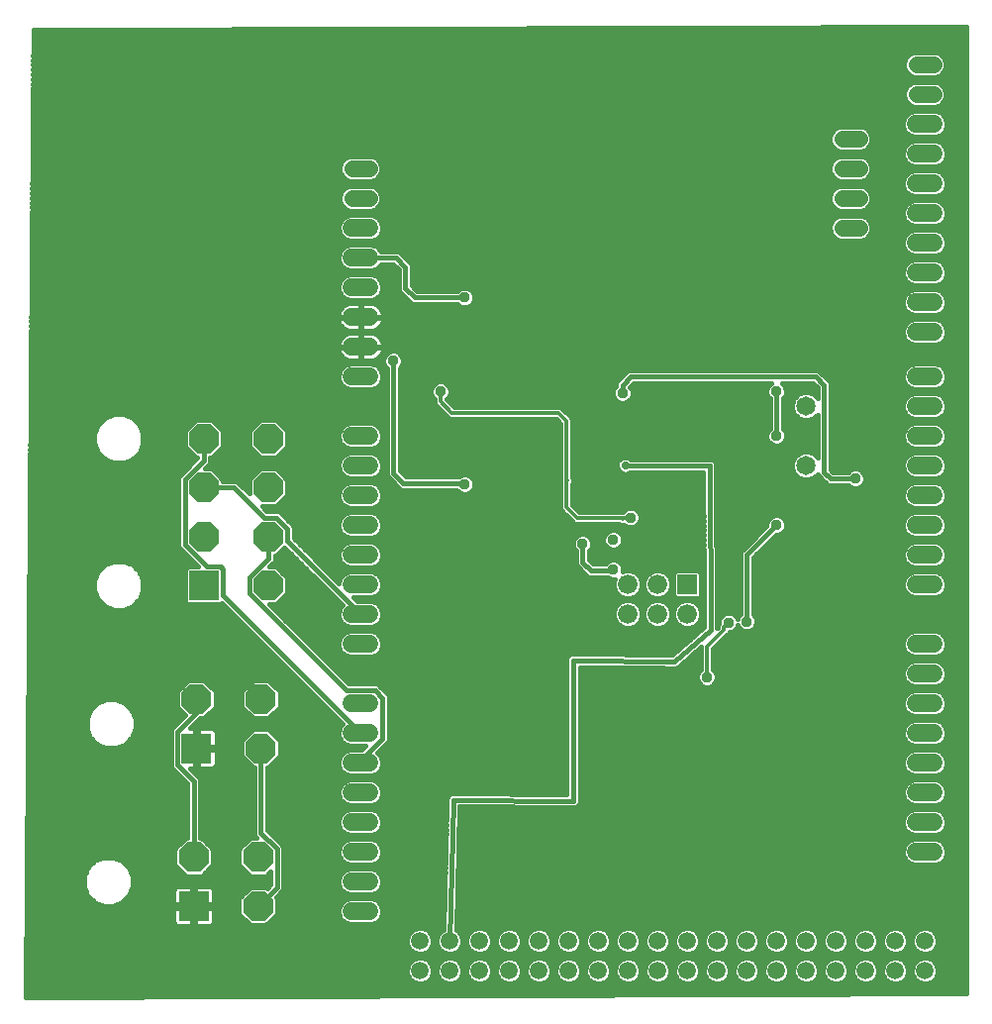
<source format=gbl>
G75*
%MOIN*%
%OFA0B0*%
%FSLAX25Y25*%
%IPPOS*%
%LPD*%
%AMOC8*
5,1,8,0,0,1.08239X$1,22.5*
%
%ADD10OC8,0.10000*%
%ADD11R,0.10000X0.10000*%
%ADD12C,0.05906*%
%ADD13C,0.05906*%
%ADD14C,0.05600*%
%ADD15C,0.06600*%
%ADD16R,0.06600X0.06600*%
%ADD17C,0.06500*%
%ADD18C,0.01600*%
%ADD19C,0.03762*%
%ADD20C,0.01200*%
%ADD21C,0.02778*%
D10*
X0060550Y0062228D03*
X0082250Y0062228D03*
X0082250Y0045728D03*
X0083188Y0098853D03*
X0083188Y0115353D03*
X0061487Y0115353D03*
X0085688Y0153603D03*
X0085688Y0170103D03*
X0085688Y0186603D03*
X0085688Y0203103D03*
X0063987Y0203103D03*
X0063987Y0186603D03*
X0063987Y0170103D03*
D11*
X0063987Y0153603D03*
X0061487Y0098853D03*
X0060550Y0045728D03*
D12*
X0113847Y0043978D02*
X0119753Y0043978D01*
X0119753Y0053978D02*
X0113847Y0053978D01*
X0113847Y0063978D02*
X0119753Y0063978D01*
X0119753Y0073978D02*
X0113847Y0073978D01*
X0113847Y0083978D02*
X0119753Y0083978D01*
X0119753Y0093978D02*
X0113847Y0093978D01*
X0113847Y0103978D02*
X0119753Y0103978D01*
X0119753Y0113978D02*
X0113847Y0113978D01*
X0113847Y0133978D02*
X0119753Y0133978D01*
X0119753Y0143978D02*
X0113847Y0143978D01*
X0113847Y0153978D02*
X0119753Y0153978D01*
X0119753Y0163978D02*
X0113847Y0163978D01*
X0113847Y0173978D02*
X0119753Y0173978D01*
X0119753Y0183978D02*
X0113847Y0183978D01*
X0113847Y0193978D02*
X0119753Y0193978D01*
X0119753Y0203978D02*
X0113847Y0203978D01*
X0113847Y0223978D02*
X0119753Y0223978D01*
X0119753Y0233978D02*
X0113847Y0233978D01*
X0113847Y0243978D02*
X0119753Y0243978D01*
X0119753Y0253978D02*
X0113847Y0253978D01*
X0113847Y0263978D02*
X0119753Y0263978D01*
X0119753Y0273978D02*
X0113847Y0273978D01*
X0303847Y0268978D02*
X0309753Y0268978D01*
X0309753Y0258978D02*
X0303847Y0258978D01*
X0303847Y0248978D02*
X0309753Y0248978D01*
X0309753Y0238978D02*
X0303847Y0238978D01*
X0303847Y0223978D02*
X0309753Y0223978D01*
X0309753Y0213978D02*
X0303847Y0213978D01*
X0303847Y0203978D02*
X0309753Y0203978D01*
X0309753Y0193978D02*
X0303847Y0193978D01*
X0303847Y0183978D02*
X0309753Y0183978D01*
X0309753Y0173978D02*
X0303847Y0173978D01*
X0303847Y0163978D02*
X0309753Y0163978D01*
X0309753Y0153978D02*
X0303847Y0153978D01*
X0303847Y0133978D02*
X0309753Y0133978D01*
X0309753Y0123978D02*
X0303847Y0123978D01*
X0303847Y0113978D02*
X0309753Y0113978D01*
X0309753Y0103978D02*
X0303847Y0103978D01*
X0303847Y0093978D02*
X0309753Y0093978D01*
X0309753Y0083978D02*
X0303847Y0083978D01*
X0303847Y0073978D02*
X0309753Y0073978D01*
X0309753Y0063978D02*
X0303847Y0063978D01*
X0303847Y0278978D02*
X0309753Y0278978D01*
X0309753Y0288978D02*
X0303847Y0288978D01*
X0303847Y0298978D02*
X0309753Y0298978D01*
X0309753Y0308978D02*
X0303847Y0308978D01*
D13*
X0306800Y0033978D03*
X0306800Y0023978D03*
X0296800Y0023978D03*
X0286800Y0023978D03*
X0276800Y0023978D03*
X0266800Y0023978D03*
X0256800Y0023978D03*
X0246800Y0023978D03*
X0236800Y0023978D03*
X0226800Y0023978D03*
X0216800Y0023978D03*
X0206800Y0023978D03*
X0196800Y0023978D03*
X0186800Y0023978D03*
X0176800Y0023978D03*
X0166800Y0023978D03*
X0156800Y0023978D03*
X0146800Y0023978D03*
X0136800Y0023978D03*
X0136800Y0033978D03*
X0146800Y0033978D03*
X0156800Y0033978D03*
X0166800Y0033978D03*
X0176800Y0033978D03*
X0186800Y0033978D03*
X0196800Y0033978D03*
X0206800Y0033978D03*
X0216800Y0033978D03*
X0226800Y0033978D03*
X0236800Y0033978D03*
X0246800Y0033978D03*
X0256800Y0033978D03*
X0266800Y0033978D03*
X0276800Y0033978D03*
X0286800Y0033978D03*
X0296800Y0033978D03*
D14*
X0284600Y0273978D02*
X0279000Y0273978D01*
X0279000Y0283978D02*
X0284600Y0283978D01*
X0284600Y0293978D02*
X0279000Y0293978D01*
X0279000Y0303978D02*
X0284600Y0303978D01*
X0304000Y0318978D02*
X0309600Y0318978D01*
X0309600Y0328978D02*
X0304000Y0328978D01*
X0119600Y0293978D02*
X0114000Y0293978D01*
X0114000Y0283978D02*
X0119600Y0283978D01*
D15*
X0206800Y0153978D03*
X0206800Y0143978D03*
X0216800Y0143978D03*
X0226800Y0143978D03*
X0216800Y0153978D03*
D16*
X0226800Y0153978D03*
D17*
X0266800Y0193978D03*
X0266800Y0213978D03*
D18*
X0006582Y0340576D02*
X0004118Y0015037D01*
X0320701Y0016270D01*
X0320701Y0341632D01*
X0023466Y0340758D01*
X0006582Y0340576D01*
X0006578Y0340075D02*
X0320701Y0340075D01*
X0320701Y0338476D02*
X0006566Y0338476D01*
X0006554Y0336878D02*
X0320701Y0336878D01*
X0320701Y0335279D02*
X0006542Y0335279D01*
X0006529Y0333681D02*
X0320701Y0333681D01*
X0320701Y0332082D02*
X0312436Y0332082D01*
X0311979Y0332539D02*
X0310435Y0333178D01*
X0303165Y0333178D01*
X0301621Y0332539D01*
X0300439Y0331358D01*
X0299800Y0329814D01*
X0299800Y0328143D01*
X0300439Y0326599D01*
X0301621Y0325418D01*
X0303165Y0324778D01*
X0310435Y0324778D01*
X0311979Y0325418D01*
X0313161Y0326599D01*
X0313800Y0328143D01*
X0313800Y0329814D01*
X0313161Y0331358D01*
X0311979Y0332539D01*
X0313523Y0330484D02*
X0320701Y0330484D01*
X0320701Y0328885D02*
X0313800Y0328885D01*
X0313445Y0327287D02*
X0320701Y0327287D01*
X0320701Y0325688D02*
X0312249Y0325688D01*
X0310435Y0323178D02*
X0311979Y0322539D01*
X0313161Y0321358D01*
X0313800Y0319814D01*
X0313800Y0318143D01*
X0313161Y0316599D01*
X0311979Y0315418D01*
X0310435Y0314778D01*
X0303165Y0314778D01*
X0301621Y0315418D01*
X0300439Y0316599D01*
X0299800Y0318143D01*
X0299800Y0319814D01*
X0300439Y0321358D01*
X0301621Y0322539D01*
X0303165Y0323178D01*
X0310435Y0323178D01*
X0312027Y0322491D02*
X0320701Y0322491D01*
X0320701Y0320893D02*
X0313353Y0320893D01*
X0313800Y0319294D02*
X0320701Y0319294D01*
X0320701Y0317696D02*
X0313615Y0317696D01*
X0312658Y0316097D02*
X0320701Y0316097D01*
X0320701Y0314499D02*
X0006384Y0314499D01*
X0006396Y0316097D02*
X0300942Y0316097D01*
X0299985Y0317696D02*
X0006409Y0317696D01*
X0006421Y0319294D02*
X0299800Y0319294D01*
X0300247Y0320893D02*
X0006433Y0320893D01*
X0006445Y0322491D02*
X0301573Y0322491D01*
X0301351Y0325688D02*
X0006469Y0325688D01*
X0006457Y0324090D02*
X0320701Y0324090D01*
X0320701Y0312900D02*
X0311659Y0312900D01*
X0312218Y0312669D02*
X0310619Y0313331D01*
X0302981Y0313331D01*
X0301382Y0312669D01*
X0300157Y0311444D01*
X0299494Y0309844D01*
X0299494Y0308113D01*
X0300157Y0306513D01*
X0301382Y0305288D01*
X0302981Y0304626D01*
X0310619Y0304626D01*
X0312218Y0305288D01*
X0313443Y0306513D01*
X0314105Y0308113D01*
X0314105Y0309844D01*
X0313443Y0311444D01*
X0312218Y0312669D01*
X0313502Y0311302D02*
X0320701Y0311302D01*
X0320701Y0309703D02*
X0314105Y0309703D01*
X0314102Y0308105D02*
X0320701Y0308105D01*
X0320701Y0306506D02*
X0313436Y0306506D01*
X0311299Y0304908D02*
X0320701Y0304908D01*
X0320701Y0303309D02*
X0310672Y0303309D01*
X0310619Y0303331D02*
X0312218Y0302669D01*
X0313443Y0301444D01*
X0314105Y0299844D01*
X0314105Y0298113D01*
X0313443Y0296513D01*
X0312218Y0295288D01*
X0310619Y0294626D01*
X0302981Y0294626D01*
X0301382Y0295288D01*
X0300157Y0296513D01*
X0299494Y0298113D01*
X0299494Y0299844D01*
X0300157Y0301444D01*
X0301382Y0302669D01*
X0302981Y0303331D01*
X0310619Y0303331D01*
X0313176Y0301710D02*
X0320701Y0301710D01*
X0320701Y0300112D02*
X0313995Y0300112D01*
X0314105Y0298513D02*
X0320701Y0298513D01*
X0320701Y0296915D02*
X0313609Y0296915D01*
X0312246Y0295316D02*
X0320701Y0295316D01*
X0320701Y0293718D02*
X0288800Y0293718D01*
X0288800Y0293143D02*
X0288800Y0294814D01*
X0288161Y0296358D01*
X0286979Y0297539D01*
X0285435Y0298178D01*
X0278165Y0298178D01*
X0276621Y0297539D01*
X0275439Y0296358D01*
X0274800Y0294814D01*
X0274800Y0293143D01*
X0275439Y0291599D01*
X0276621Y0290418D01*
X0278165Y0289778D01*
X0285435Y0289778D01*
X0286979Y0290418D01*
X0288161Y0291599D01*
X0288800Y0293143D01*
X0288376Y0292119D02*
X0300832Y0292119D01*
X0301382Y0292669D02*
X0300157Y0291444D01*
X0299494Y0289844D01*
X0299494Y0288113D01*
X0300157Y0286513D01*
X0301382Y0285288D01*
X0302981Y0284626D01*
X0310619Y0284626D01*
X0312218Y0285288D01*
X0313443Y0286513D01*
X0314105Y0288113D01*
X0314105Y0289844D01*
X0313443Y0291444D01*
X0312218Y0292669D01*
X0310619Y0293331D01*
X0302981Y0293331D01*
X0301382Y0292669D01*
X0301354Y0295316D02*
X0288592Y0295316D01*
X0287603Y0296915D02*
X0299991Y0296915D01*
X0299494Y0298513D02*
X0006263Y0298513D01*
X0006251Y0296915D02*
X0110997Y0296915D01*
X0110439Y0296358D02*
X0111621Y0297539D01*
X0113165Y0298178D01*
X0120435Y0298178D01*
X0121979Y0297539D01*
X0123161Y0296358D01*
X0123800Y0294814D01*
X0123800Y0293143D01*
X0123161Y0291599D01*
X0121979Y0290418D01*
X0120435Y0289778D01*
X0113165Y0289778D01*
X0111621Y0290418D01*
X0110439Y0291599D01*
X0109800Y0293143D01*
X0109800Y0294814D01*
X0110439Y0296358D01*
X0110008Y0295316D02*
X0006239Y0295316D01*
X0006227Y0293718D02*
X0109800Y0293718D01*
X0110224Y0292119D02*
X0006215Y0292119D01*
X0006203Y0290521D02*
X0111518Y0290521D01*
X0113165Y0288178D02*
X0111621Y0287539D01*
X0110439Y0286358D01*
X0109800Y0284814D01*
X0109800Y0283143D01*
X0110439Y0281599D01*
X0111621Y0280418D01*
X0113165Y0279778D01*
X0120435Y0279778D01*
X0121979Y0280418D01*
X0123161Y0281599D01*
X0123800Y0283143D01*
X0123800Y0284814D01*
X0123161Y0286358D01*
X0121979Y0287539D01*
X0120435Y0288178D01*
X0113165Y0288178D01*
X0111406Y0287324D02*
X0006179Y0287324D01*
X0006191Y0288922D02*
X0299494Y0288922D01*
X0299775Y0290521D02*
X0287082Y0290521D01*
X0285435Y0288178D02*
X0286979Y0287539D01*
X0288161Y0286358D01*
X0288800Y0284814D01*
X0288800Y0283143D01*
X0288161Y0281599D01*
X0286979Y0280418D01*
X0285435Y0279778D01*
X0278165Y0279778D01*
X0276621Y0280418D01*
X0275439Y0281599D01*
X0274800Y0283143D01*
X0274800Y0284814D01*
X0275439Y0286358D01*
X0276621Y0287539D01*
X0278165Y0288178D01*
X0285435Y0288178D01*
X0287194Y0287324D02*
X0299821Y0287324D01*
X0300945Y0285725D02*
X0288422Y0285725D01*
X0288800Y0284127D02*
X0320701Y0284127D01*
X0320701Y0285725D02*
X0312655Y0285725D01*
X0313779Y0287324D02*
X0320701Y0287324D01*
X0320701Y0288922D02*
X0314105Y0288922D01*
X0313825Y0290521D02*
X0320701Y0290521D01*
X0320701Y0292119D02*
X0312768Y0292119D01*
X0310619Y0283331D02*
X0302981Y0283331D01*
X0301382Y0282669D01*
X0300157Y0281444D01*
X0299494Y0279844D01*
X0299494Y0278113D01*
X0300157Y0276513D01*
X0301382Y0275288D01*
X0302981Y0274626D01*
X0310619Y0274626D01*
X0312218Y0275288D01*
X0313443Y0276513D01*
X0314105Y0278113D01*
X0314105Y0279844D01*
X0313443Y0281444D01*
X0312218Y0282669D01*
X0310619Y0283331D01*
X0312359Y0282528D02*
X0320701Y0282528D01*
X0320701Y0280930D02*
X0313656Y0280930D01*
X0314105Y0279331D02*
X0320701Y0279331D01*
X0320701Y0277733D02*
X0313948Y0277733D01*
X0313064Y0276134D02*
X0320701Y0276134D01*
X0320701Y0274536D02*
X0288800Y0274536D01*
X0288800Y0274814D02*
X0288161Y0276358D01*
X0286979Y0277539D01*
X0285435Y0278178D01*
X0278165Y0278178D01*
X0276621Y0277539D01*
X0275439Y0276358D01*
X0274800Y0274814D01*
X0274800Y0273143D01*
X0275439Y0271599D01*
X0276621Y0270418D01*
X0278165Y0269778D01*
X0285435Y0269778D01*
X0286979Y0270418D01*
X0288161Y0271599D01*
X0288800Y0273143D01*
X0288800Y0274814D01*
X0288253Y0276134D02*
X0300536Y0276134D01*
X0299652Y0277733D02*
X0286511Y0277733D01*
X0287491Y0280930D02*
X0299944Y0280930D01*
X0299494Y0279331D02*
X0006118Y0279331D01*
X0006106Y0277733D02*
X0111537Y0277733D01*
X0111382Y0277669D02*
X0110157Y0276444D01*
X0109494Y0274844D01*
X0109494Y0273113D01*
X0110157Y0271513D01*
X0111382Y0270288D01*
X0112981Y0269626D01*
X0120619Y0269626D01*
X0122218Y0270288D01*
X0123443Y0271513D01*
X0124105Y0273113D01*
X0124105Y0274844D01*
X0123443Y0276444D01*
X0122218Y0277669D01*
X0120619Y0278331D01*
X0112981Y0278331D01*
X0111382Y0277669D01*
X0110029Y0276134D02*
X0006094Y0276134D01*
X0006082Y0274536D02*
X0109494Y0274536D01*
X0109567Y0272937D02*
X0006070Y0272937D01*
X0006058Y0271339D02*
X0110331Y0271339D01*
X0112705Y0269740D02*
X0006045Y0269740D01*
X0006033Y0268142D02*
X0112524Y0268142D01*
X0112981Y0268331D02*
X0111382Y0267669D01*
X0110157Y0266444D01*
X0109494Y0264844D01*
X0109494Y0263113D01*
X0110157Y0261513D01*
X0111382Y0260288D01*
X0112981Y0259626D01*
X0120619Y0259626D01*
X0122218Y0260288D01*
X0123443Y0261513D01*
X0123553Y0261778D01*
X0127764Y0261778D01*
X0129600Y0259942D01*
X0129600Y0252755D01*
X0134014Y0248341D01*
X0149360Y0248341D01*
X0149941Y0247759D01*
X0151147Y0247260D01*
X0152453Y0247260D01*
X0153659Y0247759D01*
X0154582Y0248682D01*
X0155081Y0249888D01*
X0155081Y0251194D01*
X0154582Y0252400D01*
X0153659Y0253323D01*
X0152453Y0253822D01*
X0151147Y0253822D01*
X0149941Y0253323D01*
X0149360Y0252741D01*
X0135836Y0252741D01*
X0134000Y0254577D01*
X0134000Y0261765D01*
X0132711Y0263053D01*
X0129586Y0266178D01*
X0123553Y0266178D01*
X0123443Y0266444D01*
X0122218Y0267669D01*
X0120619Y0268331D01*
X0112981Y0268331D01*
X0110256Y0266543D02*
X0006021Y0266543D01*
X0006009Y0264945D02*
X0109536Y0264945D01*
X0109494Y0263346D02*
X0005997Y0263346D01*
X0005985Y0261748D02*
X0110060Y0261748D01*
X0111718Y0260149D02*
X0005973Y0260149D01*
X0005961Y0258551D02*
X0129600Y0258551D01*
X0129600Y0256952D02*
X0122935Y0256952D01*
X0123443Y0256444D02*
X0122218Y0257669D01*
X0120619Y0258331D01*
X0112981Y0258331D01*
X0111382Y0257669D01*
X0110157Y0256444D01*
X0109494Y0254844D01*
X0109494Y0253113D01*
X0110157Y0251513D01*
X0111382Y0250288D01*
X0112981Y0249626D01*
X0120619Y0249626D01*
X0122218Y0250288D01*
X0123443Y0251513D01*
X0124105Y0253113D01*
X0124105Y0254844D01*
X0123443Y0256444D01*
X0123895Y0255354D02*
X0129600Y0255354D01*
X0129600Y0253755D02*
X0124105Y0253755D01*
X0123710Y0252157D02*
X0130198Y0252157D01*
X0131800Y0253666D02*
X0134925Y0250541D01*
X0151800Y0250541D01*
X0155081Y0250558D02*
X0299790Y0250558D01*
X0299494Y0249844D02*
X0299494Y0248113D01*
X0300157Y0246513D01*
X0301382Y0245288D01*
X0302981Y0244626D01*
X0310619Y0244626D01*
X0312218Y0245288D01*
X0313443Y0246513D01*
X0314105Y0248113D01*
X0314105Y0249844D01*
X0313443Y0251444D01*
X0312218Y0252669D01*
X0310619Y0253331D01*
X0302981Y0253331D01*
X0301382Y0252669D01*
X0300157Y0251444D01*
X0299494Y0249844D01*
X0299494Y0248960D02*
X0154696Y0248960D01*
X0152697Y0247361D02*
X0299806Y0247361D01*
X0300907Y0245763D02*
X0124170Y0245763D01*
X0124157Y0245803D02*
X0123818Y0246469D01*
X0123378Y0247075D01*
X0122849Y0247604D01*
X0122244Y0248043D01*
X0121577Y0248383D01*
X0120866Y0248614D01*
X0120127Y0248731D01*
X0116984Y0248731D01*
X0116984Y0244163D01*
X0116616Y0244163D01*
X0116616Y0248731D01*
X0113473Y0248731D01*
X0112734Y0248614D01*
X0112023Y0248383D01*
X0111356Y0248043D01*
X0110751Y0247604D01*
X0110222Y0247075D01*
X0109782Y0246469D01*
X0109443Y0245803D01*
X0109212Y0245091D01*
X0109094Y0244353D01*
X0109094Y0244163D01*
X0116616Y0244163D01*
X0116616Y0243794D01*
X0116984Y0243794D01*
X0116984Y0239226D01*
X0120127Y0239226D01*
X0120866Y0239343D01*
X0121577Y0239574D01*
X0122244Y0239914D01*
X0122849Y0240353D01*
X0123378Y0240882D01*
X0123818Y0241487D01*
X0124157Y0242154D01*
X0124388Y0242866D01*
X0124505Y0243604D01*
X0124505Y0243794D01*
X0116984Y0243794D01*
X0116984Y0244163D01*
X0124505Y0244163D01*
X0124505Y0244353D01*
X0124388Y0245091D01*
X0124157Y0245803D01*
X0124505Y0244164D02*
X0320701Y0244164D01*
X0320701Y0242566D02*
X0312321Y0242566D01*
X0312218Y0242669D02*
X0310619Y0243331D01*
X0302981Y0243331D01*
X0301382Y0242669D01*
X0300157Y0241444D01*
X0299494Y0239844D01*
X0299494Y0238113D01*
X0300157Y0236513D01*
X0301382Y0235288D01*
X0302981Y0234626D01*
X0310619Y0234626D01*
X0312218Y0235288D01*
X0313443Y0236513D01*
X0314105Y0238113D01*
X0314105Y0239844D01*
X0313443Y0241444D01*
X0312218Y0242669D01*
X0313640Y0240967D02*
X0320701Y0240967D01*
X0320701Y0239369D02*
X0314105Y0239369D01*
X0313964Y0237770D02*
X0320701Y0237770D01*
X0320701Y0236172D02*
X0313102Y0236172D01*
X0320701Y0234573D02*
X0124471Y0234573D01*
X0124505Y0234353D02*
X0124388Y0235091D01*
X0124157Y0235803D01*
X0123818Y0236469D01*
X0123378Y0237075D01*
X0122849Y0237604D01*
X0122244Y0238043D01*
X0121577Y0238383D01*
X0120866Y0238614D01*
X0120127Y0238731D01*
X0116984Y0238731D01*
X0116984Y0234163D01*
X0116616Y0234163D01*
X0116616Y0238731D01*
X0113473Y0238731D01*
X0112734Y0238614D01*
X0112023Y0238383D01*
X0111356Y0238043D01*
X0110751Y0237604D01*
X0110222Y0237075D01*
X0109782Y0236469D01*
X0109443Y0235803D01*
X0109212Y0235091D01*
X0109094Y0234353D01*
X0109094Y0234163D01*
X0116616Y0234163D01*
X0116616Y0233794D01*
X0116984Y0233794D01*
X0116984Y0229226D01*
X0120127Y0229226D01*
X0120866Y0229343D01*
X0121577Y0229574D01*
X0122244Y0229914D01*
X0122849Y0230353D01*
X0123378Y0230882D01*
X0123818Y0231487D01*
X0124157Y0232154D01*
X0124388Y0232866D01*
X0124505Y0233604D01*
X0124505Y0233794D01*
X0116984Y0233794D01*
X0116984Y0234163D01*
X0124505Y0234163D01*
X0124505Y0234353D01*
X0124406Y0232975D02*
X0320701Y0232975D01*
X0320701Y0231376D02*
X0130293Y0231376D01*
X0130519Y0231150D02*
X0129596Y0232073D01*
X0128390Y0232572D01*
X0127085Y0232572D01*
X0125879Y0232073D01*
X0124956Y0231150D01*
X0124456Y0229944D01*
X0124456Y0228638D01*
X0124956Y0227432D01*
X0125537Y0226851D01*
X0125537Y0190567D01*
X0128975Y0187130D01*
X0130264Y0185841D01*
X0149047Y0185841D01*
X0149941Y0184947D01*
X0151147Y0184447D01*
X0152453Y0184447D01*
X0153659Y0184947D01*
X0154582Y0185870D01*
X0155081Y0187076D01*
X0155081Y0188381D01*
X0154582Y0189587D01*
X0153659Y0190510D01*
X0152453Y0191010D01*
X0151147Y0191010D01*
X0149941Y0190510D01*
X0149672Y0190241D01*
X0132086Y0190241D01*
X0129937Y0192390D01*
X0129937Y0226851D01*
X0130519Y0227432D01*
X0131019Y0228638D01*
X0131019Y0229944D01*
X0130519Y0231150D01*
X0131019Y0229777D02*
X0320701Y0229777D01*
X0320701Y0228179D02*
X0310986Y0228179D01*
X0310619Y0228331D02*
X0312218Y0227669D01*
X0313443Y0226444D01*
X0314105Y0224844D01*
X0314105Y0223113D01*
X0313443Y0221513D01*
X0312218Y0220288D01*
X0310619Y0219626D01*
X0302981Y0219626D01*
X0301382Y0220288D01*
X0300157Y0221513D01*
X0299494Y0223113D01*
X0299494Y0224844D01*
X0300157Y0226444D01*
X0301382Y0227669D01*
X0302981Y0228331D01*
X0310619Y0228331D01*
X0313306Y0226580D02*
X0320701Y0226580D01*
X0320701Y0224982D02*
X0314048Y0224982D01*
X0314105Y0223383D02*
X0320701Y0223383D01*
X0320701Y0221785D02*
X0313556Y0221785D01*
X0311972Y0220186D02*
X0320701Y0220186D01*
X0320701Y0218588D02*
X0274937Y0218588D01*
X0274937Y0220186D02*
X0301628Y0220186D01*
X0300044Y0221785D02*
X0274937Y0221785D01*
X0274937Y0222077D02*
X0273649Y0223366D01*
X0270836Y0226178D01*
X0206826Y0226178D01*
X0205537Y0224890D01*
X0202725Y0222077D01*
X0202725Y0220794D01*
X0202143Y0220212D01*
X0201644Y0219006D01*
X0201644Y0217701D01*
X0202143Y0216495D01*
X0203066Y0215572D01*
X0204272Y0215072D01*
X0205578Y0215072D01*
X0206784Y0215572D01*
X0207707Y0216495D01*
X0208206Y0217701D01*
X0208206Y0219006D01*
X0207707Y0220212D01*
X0207394Y0220524D01*
X0208649Y0221778D01*
X0254986Y0221778D01*
X0254941Y0221760D01*
X0254018Y0220837D01*
X0253519Y0219631D01*
X0253519Y0218326D01*
X0254018Y0217120D01*
X0254600Y0216538D01*
X0254600Y0206419D01*
X0254018Y0205837D01*
X0253519Y0204631D01*
X0253519Y0203326D01*
X0254018Y0202120D01*
X0254941Y0201197D01*
X0256147Y0200697D01*
X0257453Y0200697D01*
X0258659Y0201197D01*
X0259582Y0202120D01*
X0260081Y0203326D01*
X0260081Y0204631D01*
X0259582Y0205837D01*
X0259000Y0206419D01*
X0259000Y0216538D01*
X0259582Y0217120D01*
X0260081Y0218326D01*
X0260081Y0219631D01*
X0259582Y0220837D01*
X0258659Y0221760D01*
X0258614Y0221778D01*
X0269014Y0221778D01*
X0270538Y0220255D01*
X0270538Y0216817D01*
X0269434Y0217921D01*
X0267725Y0218628D01*
X0265875Y0218628D01*
X0264166Y0217921D01*
X0262858Y0216612D01*
X0262150Y0214903D01*
X0262150Y0213054D01*
X0262858Y0211344D01*
X0264166Y0210036D01*
X0265875Y0209328D01*
X0267725Y0209328D01*
X0269434Y0210036D01*
X0270538Y0211140D01*
X0270538Y0196817D01*
X0269434Y0197921D01*
X0267725Y0198628D01*
X0265875Y0198628D01*
X0264166Y0197921D01*
X0262858Y0196612D01*
X0262150Y0194903D01*
X0262150Y0193054D01*
X0262858Y0191344D01*
X0264166Y0190036D01*
X0265875Y0189328D01*
X0267725Y0189328D01*
X0269434Y0190036D01*
X0270538Y0191140D01*
X0270538Y0190880D01*
X0272725Y0188692D01*
X0274014Y0187403D01*
X0280922Y0187403D01*
X0281504Y0186822D01*
X0282710Y0186322D01*
X0284015Y0186322D01*
X0285221Y0186822D01*
X0286144Y0187745D01*
X0286644Y0188951D01*
X0286644Y0190256D01*
X0286144Y0191462D01*
X0285221Y0192385D01*
X0284015Y0192885D01*
X0282710Y0192885D01*
X0281504Y0192385D01*
X0280922Y0191803D01*
X0275836Y0191803D01*
X0274937Y0192702D01*
X0274937Y0222077D01*
X0273631Y0223383D02*
X0299494Y0223383D01*
X0299552Y0224982D02*
X0272033Y0224982D01*
X0269925Y0223978D02*
X0272738Y0221166D01*
X0272738Y0191791D01*
X0274925Y0189603D01*
X0282738Y0189603D01*
X0283363Y0188978D01*
X0283363Y0189603D01*
X0284728Y0186618D02*
X0300331Y0186618D01*
X0300157Y0186444D02*
X0299494Y0184844D01*
X0299494Y0183113D01*
X0300157Y0181513D01*
X0301382Y0180288D01*
X0302981Y0179626D01*
X0310619Y0179626D01*
X0312218Y0180288D01*
X0313443Y0181513D01*
X0314105Y0183113D01*
X0314105Y0184844D01*
X0313443Y0186444D01*
X0312218Y0187669D01*
X0310619Y0188331D01*
X0302981Y0188331D01*
X0301382Y0187669D01*
X0300157Y0186444D01*
X0299567Y0185019D02*
X0236551Y0185019D01*
X0236560Y0183421D02*
X0299494Y0183421D01*
X0300029Y0181822D02*
X0236569Y0181822D01*
X0236578Y0180224D02*
X0301538Y0180224D01*
X0302981Y0178331D02*
X0301382Y0177669D01*
X0300157Y0176444D01*
X0299494Y0174844D01*
X0299494Y0173113D01*
X0300157Y0171513D01*
X0301382Y0170288D01*
X0302981Y0169626D01*
X0310619Y0169626D01*
X0312218Y0170288D01*
X0313443Y0171513D01*
X0314105Y0173113D01*
X0314105Y0174844D01*
X0313443Y0176444D01*
X0312218Y0177669D01*
X0310619Y0178331D01*
X0302981Y0178331D01*
X0300740Y0177027D02*
X0258015Y0177027D01*
X0257453Y0177260D02*
X0256147Y0177260D01*
X0254941Y0176760D01*
X0254018Y0175837D01*
X0253519Y0174631D01*
X0253519Y0173809D01*
X0245889Y0166178D01*
X0244600Y0164890D01*
X0244600Y0143919D01*
X0244018Y0143337D01*
X0243610Y0142352D01*
X0243332Y0143025D01*
X0242409Y0143948D01*
X0241203Y0144447D01*
X0239897Y0144447D01*
X0238691Y0143948D01*
X0237768Y0143025D01*
X0237269Y0141819D01*
X0237269Y0140713D01*
X0236987Y0140432D01*
X0236987Y0139494D01*
X0236866Y0139373D01*
X0236870Y0139425D01*
X0236808Y0139496D01*
X0236500Y0193985D01*
X0236500Y0194890D01*
X0236495Y0194895D01*
X0236495Y0194902D01*
X0235851Y0195539D01*
X0235211Y0196178D01*
X0235204Y0196178D01*
X0235199Y0196184D01*
X0234293Y0196178D01*
X0207607Y0196178D01*
X0207442Y0196343D01*
X0206417Y0196767D01*
X0205308Y0196767D01*
X0204283Y0196343D01*
X0203498Y0195558D01*
X0203074Y0194533D01*
X0203074Y0193424D01*
X0203498Y0192399D01*
X0204283Y0191614D01*
X0205308Y0191189D01*
X0206417Y0191189D01*
X0207442Y0191614D01*
X0207607Y0191778D01*
X0232112Y0191778D01*
X0232407Y0139662D01*
X0221609Y0130249D01*
X0189282Y0130545D01*
X0189274Y0130553D01*
X0188373Y0130553D01*
X0187471Y0130562D01*
X0187463Y0130553D01*
X0187451Y0130553D01*
X0186814Y0129916D01*
X0186171Y0129285D01*
X0186171Y0129273D01*
X0186162Y0129265D01*
X0186162Y0128364D01*
X0186154Y0127462D01*
X0186162Y0127454D01*
X0186162Y0083383D01*
X0148088Y0083678D01*
X0147197Y0083702D01*
X0147180Y0083685D01*
X0147156Y0083685D01*
X0146521Y0083061D01*
X0145875Y0082447D01*
X0145874Y0082423D01*
X0145857Y0082407D01*
X0145850Y0081516D01*
X0144700Y0037820D01*
X0144334Y0037669D01*
X0143110Y0036444D01*
X0142447Y0034844D01*
X0142447Y0033113D01*
X0143110Y0031513D01*
X0144334Y0030288D01*
X0145934Y0029626D01*
X0147666Y0029626D01*
X0149266Y0030288D01*
X0150490Y0031513D01*
X0151153Y0033113D01*
X0151153Y0034844D01*
X0150490Y0036444D01*
X0149266Y0037669D01*
X0149100Y0037737D01*
X0150192Y0079262D01*
X0187444Y0078973D01*
X0187451Y0078966D01*
X0188354Y0078966D01*
X0189257Y0078959D01*
X0189264Y0078966D01*
X0189274Y0078966D01*
X0189913Y0079605D01*
X0190555Y0080238D01*
X0190555Y0080248D01*
X0190562Y0080255D01*
X0190562Y0081158D01*
X0190569Y0082060D01*
X0190562Y0082067D01*
X0190562Y0126133D01*
X0222340Y0125842D01*
X0223184Y0125784D01*
X0223241Y0125833D01*
X0223316Y0125833D01*
X0223920Y0126426D01*
X0231362Y0132914D01*
X0231362Y0125369D01*
X0230581Y0124587D01*
X0230081Y0123381D01*
X0230081Y0122076D01*
X0230581Y0120870D01*
X0231504Y0119947D01*
X0232710Y0119447D01*
X0234015Y0119447D01*
X0235221Y0119947D01*
X0236144Y0120870D01*
X0236644Y0122076D01*
X0236644Y0123381D01*
X0236144Y0124587D01*
X0235362Y0125369D01*
X0235362Y0132213D01*
X0239816Y0136666D01*
X0240987Y0137838D01*
X0240987Y0137885D01*
X0241203Y0137885D01*
X0242409Y0138384D01*
X0243332Y0139307D01*
X0243740Y0140293D01*
X0244018Y0139620D01*
X0244941Y0138697D01*
X0246147Y0138197D01*
X0247453Y0138197D01*
X0248659Y0138697D01*
X0249582Y0139620D01*
X0250081Y0140826D01*
X0250081Y0142131D01*
X0249582Y0143337D01*
X0249000Y0143919D01*
X0249000Y0163067D01*
X0256630Y0170697D01*
X0257453Y0170697D01*
X0258659Y0171197D01*
X0259582Y0172120D01*
X0260081Y0173326D01*
X0260081Y0174631D01*
X0259582Y0175837D01*
X0258659Y0176760D01*
X0257453Y0177260D01*
X0255585Y0177027D02*
X0236596Y0177027D01*
X0236587Y0178625D02*
X0320701Y0178625D01*
X0320701Y0177027D02*
X0312860Y0177027D01*
X0313864Y0175428D02*
X0320701Y0175428D01*
X0320701Y0173830D02*
X0314105Y0173830D01*
X0313740Y0172231D02*
X0320701Y0172231D01*
X0320701Y0170633D02*
X0312563Y0170633D01*
X0312218Y0167669D02*
X0310619Y0168331D01*
X0302981Y0168331D01*
X0301382Y0167669D01*
X0300157Y0166444D01*
X0299494Y0164844D01*
X0299494Y0163113D01*
X0300157Y0161513D01*
X0301382Y0160288D01*
X0302981Y0159626D01*
X0310619Y0159626D01*
X0312218Y0160288D01*
X0313443Y0161513D01*
X0314105Y0163113D01*
X0314105Y0164844D01*
X0313443Y0166444D01*
X0312218Y0167669D01*
X0312451Y0167436D02*
X0320701Y0167436D01*
X0320701Y0169034D02*
X0254967Y0169034D01*
X0256565Y0170633D02*
X0301037Y0170633D01*
X0299860Y0172231D02*
X0259628Y0172231D01*
X0260081Y0173830D02*
X0299494Y0173830D01*
X0299736Y0175428D02*
X0259751Y0175428D01*
X0256800Y0173978D02*
X0246800Y0163978D01*
X0246800Y0141478D01*
X0249847Y0140261D02*
X0320701Y0140261D01*
X0320701Y0141859D02*
X0250081Y0141859D01*
X0249461Y0143458D02*
X0320701Y0143458D01*
X0320701Y0145056D02*
X0249000Y0145056D01*
X0249000Y0146655D02*
X0320701Y0146655D01*
X0320701Y0148253D02*
X0249000Y0148253D01*
X0249000Y0149852D02*
X0302435Y0149852D01*
X0302981Y0149626D02*
X0310619Y0149626D01*
X0312218Y0150288D01*
X0313443Y0151513D01*
X0314105Y0153113D01*
X0314105Y0154844D01*
X0313443Y0156444D01*
X0312218Y0157669D01*
X0310619Y0158331D01*
X0302981Y0158331D01*
X0301382Y0157669D01*
X0300157Y0156444D01*
X0299494Y0154844D01*
X0299494Y0153113D01*
X0300157Y0151513D01*
X0301382Y0150288D01*
X0302981Y0149626D01*
X0300220Y0151450D02*
X0249000Y0151450D01*
X0249000Y0153049D02*
X0299521Y0153049D01*
X0299494Y0154647D02*
X0249000Y0154647D01*
X0249000Y0156246D02*
X0300075Y0156246D01*
X0301806Y0157844D02*
X0249000Y0157844D01*
X0249000Y0159443D02*
X0320701Y0159443D01*
X0320701Y0161041D02*
X0312972Y0161041D01*
X0313910Y0162640D02*
X0320701Y0162640D01*
X0320701Y0164239D02*
X0314105Y0164239D01*
X0313694Y0165837D02*
X0320701Y0165837D01*
X0320701Y0157844D02*
X0311794Y0157844D01*
X0313525Y0156246D02*
X0320701Y0156246D01*
X0320701Y0154647D02*
X0314105Y0154647D01*
X0314079Y0153049D02*
X0320701Y0153049D01*
X0320701Y0151450D02*
X0313380Y0151450D01*
X0311165Y0149852D02*
X0320701Y0149852D01*
X0320701Y0138662D02*
X0248575Y0138662D01*
X0245025Y0138662D02*
X0242687Y0138662D01*
X0243727Y0140261D02*
X0243753Y0140261D01*
X0244139Y0143458D02*
X0242898Y0143458D01*
X0244600Y0145056D02*
X0236776Y0145056D01*
X0236785Y0143458D02*
X0238202Y0143458D01*
X0237286Y0141859D02*
X0236794Y0141859D01*
X0236804Y0140261D02*
X0236987Y0140261D01*
X0234612Y0138666D02*
X0222425Y0128041D01*
X0188362Y0128353D01*
X0188362Y0081166D01*
X0148050Y0081478D01*
X0146800Y0033978D01*
X0148482Y0029964D02*
X0155118Y0029964D01*
X0154334Y0030288D02*
X0155934Y0029626D01*
X0157666Y0029626D01*
X0159266Y0030288D01*
X0160490Y0031513D01*
X0161153Y0033113D01*
X0161153Y0034844D01*
X0160490Y0036444D01*
X0159266Y0037669D01*
X0157666Y0038331D01*
X0155934Y0038331D01*
X0154334Y0037669D01*
X0153110Y0036444D01*
X0152447Y0034844D01*
X0152447Y0033113D01*
X0153110Y0031513D01*
X0154334Y0030288D01*
X0153089Y0031562D02*
X0150510Y0031562D01*
X0151153Y0033161D02*
X0152447Y0033161D01*
X0152447Y0034759D02*
X0151153Y0034759D01*
X0150526Y0036358D02*
X0153074Y0036358D01*
X0155029Y0037956D02*
X0149105Y0037956D01*
X0149147Y0039555D02*
X0320701Y0039555D01*
X0320701Y0041153D02*
X0149190Y0041153D01*
X0149232Y0042752D02*
X0320701Y0042752D01*
X0320701Y0044350D02*
X0149274Y0044350D01*
X0149316Y0045949D02*
X0320701Y0045949D01*
X0320701Y0047547D02*
X0149358Y0047547D01*
X0149400Y0049146D02*
X0320701Y0049146D01*
X0320701Y0050744D02*
X0149442Y0050744D01*
X0149484Y0052343D02*
X0320701Y0052343D01*
X0320701Y0053941D02*
X0149526Y0053941D01*
X0149568Y0055540D02*
X0320701Y0055540D01*
X0320701Y0057138D02*
X0149610Y0057138D01*
X0149652Y0058737D02*
X0320701Y0058737D01*
X0320701Y0060335D02*
X0312265Y0060335D01*
X0312218Y0060288D02*
X0313443Y0061513D01*
X0314105Y0063113D01*
X0314105Y0064844D01*
X0313443Y0066444D01*
X0312218Y0067669D01*
X0310619Y0068331D01*
X0302981Y0068331D01*
X0301382Y0067669D01*
X0300157Y0066444D01*
X0299494Y0064844D01*
X0299494Y0063113D01*
X0300157Y0061513D01*
X0301382Y0060288D01*
X0302981Y0059626D01*
X0310619Y0059626D01*
X0312218Y0060288D01*
X0313617Y0061934D02*
X0320701Y0061934D01*
X0320701Y0063532D02*
X0314105Y0063532D01*
X0313987Y0065131D02*
X0320701Y0065131D01*
X0320701Y0066729D02*
X0313158Y0066729D01*
X0310627Y0068328D02*
X0320701Y0068328D01*
X0320701Y0069926D02*
X0311344Y0069926D01*
X0310619Y0069626D02*
X0312218Y0070288D01*
X0313443Y0071513D01*
X0314105Y0073113D01*
X0314105Y0074844D01*
X0313443Y0076444D01*
X0312218Y0077669D01*
X0310619Y0078331D01*
X0302981Y0078331D01*
X0301382Y0077669D01*
X0300157Y0076444D01*
X0299494Y0074844D01*
X0299494Y0073113D01*
X0300157Y0071513D01*
X0301382Y0070288D01*
X0302981Y0069626D01*
X0310619Y0069626D01*
X0313448Y0071525D02*
X0320701Y0071525D01*
X0320701Y0073123D02*
X0314105Y0073123D01*
X0314105Y0074722D02*
X0320701Y0074722D01*
X0320701Y0076320D02*
X0313494Y0076320D01*
X0311614Y0077919D02*
X0320701Y0077919D01*
X0320701Y0079517D02*
X0189825Y0079517D01*
X0190562Y0081116D02*
X0300554Y0081116D01*
X0300157Y0081513D02*
X0301382Y0080288D01*
X0302981Y0079626D01*
X0310619Y0079626D01*
X0312218Y0080288D01*
X0313443Y0081513D01*
X0314105Y0083113D01*
X0314105Y0084844D01*
X0313443Y0086444D01*
X0312218Y0087669D01*
X0310619Y0088331D01*
X0302981Y0088331D01*
X0301382Y0087669D01*
X0300157Y0086444D01*
X0299494Y0084844D01*
X0299494Y0083113D01*
X0300157Y0081513D01*
X0299659Y0082714D02*
X0190562Y0082714D01*
X0190562Y0084313D02*
X0299494Y0084313D01*
X0299937Y0085911D02*
X0190562Y0085911D01*
X0190562Y0087510D02*
X0301223Y0087510D01*
X0302981Y0089626D02*
X0310619Y0089626D01*
X0312218Y0090288D01*
X0313443Y0091513D01*
X0314105Y0093113D01*
X0314105Y0094844D01*
X0313443Y0096444D01*
X0312218Y0097669D01*
X0310619Y0098331D01*
X0302981Y0098331D01*
X0301382Y0097669D01*
X0300157Y0096444D01*
X0299494Y0094844D01*
X0299494Y0093113D01*
X0300157Y0091513D01*
X0301382Y0090288D01*
X0302981Y0089626D01*
X0300963Y0090707D02*
X0190562Y0090707D01*
X0190562Y0092306D02*
X0299829Y0092306D01*
X0299494Y0093904D02*
X0190562Y0093904D01*
X0190562Y0095503D02*
X0299767Y0095503D01*
X0300814Y0097101D02*
X0190562Y0097101D01*
X0190562Y0098700D02*
X0320701Y0098700D01*
X0320701Y0100298D02*
X0312228Y0100298D01*
X0312218Y0100288D02*
X0313443Y0101513D01*
X0314105Y0103113D01*
X0314105Y0104844D01*
X0313443Y0106444D01*
X0312218Y0107669D01*
X0310619Y0108331D01*
X0302981Y0108331D01*
X0301382Y0107669D01*
X0300157Y0106444D01*
X0299494Y0104844D01*
X0299494Y0103113D01*
X0300157Y0101513D01*
X0301382Y0100288D01*
X0302981Y0099626D01*
X0310619Y0099626D01*
X0312218Y0100288D01*
X0313602Y0101897D02*
X0320701Y0101897D01*
X0320701Y0103495D02*
X0314105Y0103495D01*
X0314002Y0105094D02*
X0320701Y0105094D01*
X0320701Y0106692D02*
X0313195Y0106692D01*
X0310717Y0108291D02*
X0320701Y0108291D01*
X0320701Y0109889D02*
X0311255Y0109889D01*
X0310619Y0109626D02*
X0312218Y0110288D01*
X0313443Y0111513D01*
X0314105Y0113113D01*
X0314105Y0114844D01*
X0313443Y0116444D01*
X0312218Y0117669D01*
X0310619Y0118331D01*
X0302981Y0118331D01*
X0301382Y0117669D01*
X0300157Y0116444D01*
X0299494Y0114844D01*
X0299494Y0113113D01*
X0300157Y0111513D01*
X0301382Y0110288D01*
X0302981Y0109626D01*
X0310619Y0109626D01*
X0313418Y0111488D02*
X0320701Y0111488D01*
X0320701Y0113086D02*
X0314095Y0113086D01*
X0314105Y0114685D02*
X0320701Y0114685D01*
X0320701Y0116283D02*
X0313509Y0116283D01*
X0311704Y0117882D02*
X0320701Y0117882D01*
X0320701Y0119480D02*
X0234094Y0119480D01*
X0232631Y0119480D02*
X0190562Y0119480D01*
X0190562Y0117882D02*
X0301896Y0117882D01*
X0302981Y0119626D02*
X0310619Y0119626D01*
X0312218Y0120288D01*
X0313443Y0121513D01*
X0314105Y0123113D01*
X0314105Y0124844D01*
X0313443Y0126444D01*
X0312218Y0127669D01*
X0310619Y0128331D01*
X0302981Y0128331D01*
X0301382Y0127669D01*
X0300157Y0126444D01*
X0299494Y0124844D01*
X0299494Y0123113D01*
X0300157Y0121513D01*
X0301382Y0120288D01*
X0302981Y0119626D01*
X0300591Y0121079D02*
X0236231Y0121079D01*
X0236644Y0122677D02*
X0299675Y0122677D01*
X0299494Y0124276D02*
X0236273Y0124276D01*
X0235362Y0125874D02*
X0299921Y0125874D01*
X0301186Y0127473D02*
X0235362Y0127473D01*
X0235362Y0129071D02*
X0320701Y0129071D01*
X0320701Y0127473D02*
X0312414Y0127473D01*
X0313679Y0125874D02*
X0320701Y0125874D01*
X0320701Y0124276D02*
X0314105Y0124276D01*
X0313925Y0122677D02*
X0320701Y0122677D01*
X0320701Y0121079D02*
X0313009Y0121079D01*
X0310619Y0129626D02*
X0312218Y0130288D01*
X0313443Y0131513D01*
X0314105Y0133113D01*
X0314105Y0134844D01*
X0313443Y0136444D01*
X0312218Y0137669D01*
X0310619Y0138331D01*
X0302981Y0138331D01*
X0301382Y0137669D01*
X0300157Y0136444D01*
X0299494Y0134844D01*
X0299494Y0133113D01*
X0300157Y0131513D01*
X0301382Y0130288D01*
X0302981Y0129626D01*
X0310619Y0129626D01*
X0312600Y0130670D02*
X0320701Y0130670D01*
X0320701Y0132268D02*
X0313756Y0132268D01*
X0314105Y0133867D02*
X0320701Y0133867D01*
X0320701Y0135465D02*
X0313848Y0135465D01*
X0312823Y0137064D02*
X0320701Y0137064D01*
X0300777Y0137064D02*
X0240214Y0137064D01*
X0238615Y0135465D02*
X0299752Y0135465D01*
X0299494Y0133867D02*
X0237017Y0133867D01*
X0235418Y0132268D02*
X0299844Y0132268D01*
X0301000Y0130670D02*
X0235362Y0130670D01*
X0231362Y0130670D02*
X0228788Y0130670D01*
X0226955Y0129071D02*
X0231362Y0129071D01*
X0231362Y0127473D02*
X0225121Y0127473D01*
X0223358Y0125874D02*
X0231362Y0125874D01*
X0230452Y0124276D02*
X0190562Y0124276D01*
X0190562Y0125874D02*
X0218787Y0125874D01*
X0222093Y0130670D02*
X0122600Y0130670D01*
X0122218Y0130288D02*
X0123443Y0131513D01*
X0124105Y0133113D01*
X0124105Y0134844D01*
X0123443Y0136444D01*
X0122218Y0137669D01*
X0120619Y0138331D01*
X0112981Y0138331D01*
X0111382Y0137669D01*
X0110157Y0136444D01*
X0109494Y0134844D01*
X0109494Y0133113D01*
X0110157Y0131513D01*
X0111382Y0130288D01*
X0112981Y0129626D01*
X0120619Y0129626D01*
X0122218Y0130288D01*
X0123756Y0132268D02*
X0223926Y0132268D01*
X0225760Y0133867D02*
X0124105Y0133867D01*
X0123848Y0135465D02*
X0227593Y0135465D01*
X0229427Y0137064D02*
X0122823Y0137064D01*
X0122152Y0140261D02*
X0203871Y0140261D01*
X0204138Y0139994D02*
X0205865Y0139278D01*
X0207735Y0139278D01*
X0209462Y0139994D01*
X0210784Y0141316D01*
X0211500Y0143044D01*
X0211500Y0144913D01*
X0210784Y0146641D01*
X0209462Y0147963D01*
X0207735Y0148678D01*
X0205865Y0148678D01*
X0204138Y0147963D01*
X0202816Y0146641D01*
X0202100Y0144913D01*
X0202100Y0143044D01*
X0202816Y0141316D01*
X0204138Y0139994D01*
X0202591Y0141859D02*
X0123586Y0141859D01*
X0123443Y0141513D02*
X0124105Y0143113D01*
X0124105Y0144844D01*
X0123443Y0146444D01*
X0122218Y0147669D01*
X0120619Y0148331D01*
X0115559Y0148331D01*
X0114264Y0149626D01*
X0120619Y0149626D01*
X0122218Y0150288D01*
X0123443Y0151513D01*
X0124105Y0153113D01*
X0124105Y0154844D01*
X0123443Y0156444D01*
X0122218Y0157669D01*
X0120619Y0158331D01*
X0112981Y0158331D01*
X0111382Y0157669D01*
X0110157Y0156444D01*
X0109494Y0154844D01*
X0109494Y0154395D01*
X0094287Y0169602D01*
X0094287Y0173666D01*
X0092999Y0174954D01*
X0089250Y0178703D01*
X0085186Y0178703D01*
X0083686Y0180203D01*
X0088338Y0180203D01*
X0092087Y0183952D01*
X0092087Y0189254D01*
X0088338Y0193003D01*
X0083037Y0193003D01*
X0079288Y0189254D01*
X0079288Y0184602D01*
X0075086Y0188803D01*
X0070387Y0188803D01*
X0070387Y0189254D01*
X0066638Y0193003D01*
X0064448Y0193003D01*
X0066187Y0194743D01*
X0066187Y0196703D01*
X0066638Y0196703D01*
X0070387Y0200452D01*
X0070387Y0205754D01*
X0066638Y0209503D01*
X0061337Y0209503D01*
X0057587Y0205754D01*
X0057587Y0200452D01*
X0061337Y0196703D01*
X0061787Y0196703D01*
X0061787Y0196566D01*
X0056676Y0191454D01*
X0055387Y0190166D01*
X0055387Y0166541D01*
X0056676Y0165252D01*
X0061925Y0160003D01*
X0058408Y0160003D01*
X0057587Y0159183D01*
X0057587Y0148024D01*
X0058408Y0147203D01*
X0069567Y0147203D01*
X0070016Y0147652D01*
X0110690Y0106977D01*
X0110157Y0106444D01*
X0109494Y0104844D01*
X0109494Y0103113D01*
X0110157Y0101513D01*
X0111382Y0100288D01*
X0112981Y0099626D01*
X0118444Y0099626D01*
X0117150Y0098331D01*
X0112981Y0098331D01*
X0111382Y0097669D01*
X0110157Y0096444D01*
X0109494Y0094844D01*
X0109494Y0093113D01*
X0110157Y0091513D01*
X0111382Y0090288D01*
X0112981Y0089626D01*
X0120619Y0089626D01*
X0122218Y0090288D01*
X0123443Y0091513D01*
X0124105Y0093113D01*
X0124105Y0094844D01*
X0123443Y0096444D01*
X0122464Y0097423D01*
X0126305Y0101264D01*
X0126305Y0116693D01*
X0122467Y0120531D01*
X0112820Y0120531D01*
X0086148Y0147203D01*
X0088338Y0147203D01*
X0092087Y0150952D01*
X0092087Y0156254D01*
X0088338Y0160003D01*
X0086148Y0160003D01*
X0087887Y0161743D01*
X0087887Y0163703D01*
X0088338Y0163703D01*
X0091151Y0166516D01*
X0110690Y0146977D01*
X0110157Y0146444D01*
X0109494Y0144844D01*
X0109494Y0143113D01*
X0110157Y0141513D01*
X0111382Y0140288D01*
X0112981Y0139626D01*
X0120619Y0139626D01*
X0122218Y0140288D01*
X0123443Y0141513D01*
X0124105Y0143458D02*
X0202100Y0143458D01*
X0202159Y0145056D02*
X0124018Y0145056D01*
X0123232Y0146655D02*
X0202830Y0146655D01*
X0204839Y0148253D02*
X0120806Y0148253D01*
X0121165Y0149852D02*
X0204481Y0149852D01*
X0204138Y0149994D02*
X0205865Y0149278D01*
X0207735Y0149278D01*
X0209462Y0149994D01*
X0210784Y0151316D01*
X0211500Y0153044D01*
X0211500Y0154913D01*
X0210784Y0156641D01*
X0209462Y0157963D01*
X0207735Y0158678D01*
X0205865Y0158678D01*
X0205081Y0158354D01*
X0205081Y0159631D01*
X0204582Y0160837D01*
X0203659Y0161760D01*
X0202453Y0162260D01*
X0201147Y0162260D01*
X0199941Y0161760D01*
X0199047Y0160866D01*
X0195211Y0160866D01*
X0193687Y0162390D01*
X0193687Y0165288D01*
X0194269Y0165870D01*
X0194769Y0167076D01*
X0194769Y0168381D01*
X0194269Y0169587D01*
X0193346Y0170510D01*
X0192140Y0171010D01*
X0190835Y0171010D01*
X0189629Y0170510D01*
X0188706Y0169587D01*
X0188206Y0168381D01*
X0188206Y0167076D01*
X0188706Y0165870D01*
X0189287Y0165288D01*
X0189287Y0160567D01*
X0192100Y0157755D01*
X0193389Y0156466D01*
X0199672Y0156466D01*
X0199941Y0156197D01*
X0201147Y0155697D01*
X0202425Y0155697D01*
X0202100Y0154913D01*
X0202100Y0153044D01*
X0202816Y0151316D01*
X0204138Y0149994D01*
X0202760Y0151450D02*
X0123380Y0151450D01*
X0124079Y0153049D02*
X0202100Y0153049D01*
X0202100Y0154647D02*
X0124105Y0154647D01*
X0123525Y0156246D02*
X0199892Y0156246D01*
X0201487Y0158666D02*
X0194300Y0158666D01*
X0191487Y0161478D01*
X0191487Y0167728D01*
X0188477Y0169034D02*
X0094856Y0169034D01*
X0094287Y0170633D02*
X0111037Y0170633D01*
X0111382Y0170288D02*
X0112981Y0169626D01*
X0120619Y0169626D01*
X0122218Y0170288D01*
X0123443Y0171513D01*
X0124105Y0173113D01*
X0124105Y0174844D01*
X0123443Y0176444D01*
X0122218Y0177669D01*
X0120619Y0178331D01*
X0112981Y0178331D01*
X0111382Y0177669D01*
X0110157Y0176444D01*
X0109494Y0174844D01*
X0109494Y0173113D01*
X0110157Y0171513D01*
X0111382Y0170288D01*
X0109860Y0172231D02*
X0094287Y0172231D01*
X0094124Y0173830D02*
X0109494Y0173830D01*
X0109736Y0175428D02*
X0092525Y0175428D01*
X0090927Y0177027D02*
X0110740Y0177027D01*
X0111538Y0180224D02*
X0088359Y0180224D01*
X0089328Y0178625D02*
X0184637Y0178625D01*
X0184175Y0179088D02*
X0187612Y0175650D01*
X0188784Y0174478D01*
X0203784Y0174478D01*
X0204097Y0174166D01*
X0205410Y0174166D01*
X0205879Y0173697D01*
X0207085Y0173197D01*
X0208390Y0173197D01*
X0209596Y0173697D01*
X0210519Y0174620D01*
X0211019Y0175826D01*
X0211019Y0177131D01*
X0210519Y0178337D01*
X0209596Y0179260D01*
X0208390Y0179760D01*
X0207085Y0179760D01*
X0205879Y0179260D01*
X0205097Y0178478D01*
X0190441Y0178478D01*
X0188175Y0180744D01*
X0188175Y0187838D01*
X0188487Y0188150D01*
X0188487Y0189807D01*
X0188175Y0190119D01*
X0188175Y0209807D01*
X0187003Y0210978D01*
X0184191Y0213791D01*
X0148253Y0213791D01*
X0145691Y0216354D01*
X0146457Y0217120D01*
X0146956Y0218326D01*
X0146956Y0219631D01*
X0146457Y0220837D01*
X0145534Y0221760D01*
X0144328Y0222260D01*
X0143022Y0222260D01*
X0141816Y0221760D01*
X0140893Y0220837D01*
X0140394Y0219631D01*
X0140394Y0218326D01*
X0140893Y0217120D01*
X0141675Y0216338D01*
X0141675Y0214713D01*
X0145425Y0210963D01*
X0145425Y0210963D01*
X0146597Y0209791D01*
X0182534Y0209791D01*
X0184175Y0208150D01*
X0184175Y0179088D01*
X0184175Y0180224D02*
X0122062Y0180224D01*
X0122218Y0180288D02*
X0123443Y0181513D01*
X0124105Y0183113D01*
X0124105Y0184844D01*
X0123443Y0186444D01*
X0122218Y0187669D01*
X0120619Y0188331D01*
X0112981Y0188331D01*
X0111382Y0187669D01*
X0110157Y0186444D01*
X0109494Y0184844D01*
X0109494Y0183113D01*
X0110157Y0181513D01*
X0111382Y0180288D01*
X0112981Y0179626D01*
X0120619Y0179626D01*
X0122218Y0180288D01*
X0123571Y0181822D02*
X0184175Y0181822D01*
X0184175Y0183421D02*
X0124105Y0183421D01*
X0124033Y0185019D02*
X0149869Y0185019D01*
X0151488Y0187416D02*
X0151800Y0187728D01*
X0151488Y0188041D01*
X0131175Y0188041D01*
X0127737Y0191478D01*
X0127737Y0229291D01*
X0124647Y0228179D02*
X0120986Y0228179D01*
X0120619Y0228331D02*
X0122218Y0227669D01*
X0123443Y0226444D01*
X0124105Y0224844D01*
X0124105Y0223113D01*
X0123443Y0221513D01*
X0122218Y0220288D01*
X0120619Y0219626D01*
X0112981Y0219626D01*
X0111382Y0220288D01*
X0110157Y0221513D01*
X0109494Y0223113D01*
X0109494Y0224844D01*
X0110157Y0226444D01*
X0111382Y0227669D01*
X0112981Y0228331D01*
X0120619Y0228331D01*
X0121977Y0229777D02*
X0124456Y0229777D01*
X0123737Y0231376D02*
X0125182Y0231376D01*
X0125537Y0226580D02*
X0123306Y0226580D01*
X0124048Y0224982D02*
X0125537Y0224982D01*
X0125537Y0223383D02*
X0124105Y0223383D01*
X0123556Y0221785D02*
X0125537Y0221785D01*
X0125537Y0220186D02*
X0121972Y0220186D01*
X0125537Y0218588D02*
X0005658Y0218588D01*
X0005670Y0220186D02*
X0111628Y0220186D01*
X0110044Y0221785D02*
X0005683Y0221785D01*
X0005695Y0223383D02*
X0109494Y0223383D01*
X0109552Y0224982D02*
X0005707Y0224982D01*
X0005719Y0226580D02*
X0110294Y0226580D01*
X0112614Y0228179D02*
X0005731Y0228179D01*
X0005743Y0229777D02*
X0111623Y0229777D01*
X0111356Y0229914D02*
X0112023Y0229574D01*
X0112734Y0229343D01*
X0113473Y0229226D01*
X0116616Y0229226D01*
X0116616Y0233794D01*
X0109094Y0233794D01*
X0109094Y0233604D01*
X0109212Y0232866D01*
X0109443Y0232154D01*
X0109782Y0231487D01*
X0110222Y0230882D01*
X0110751Y0230353D01*
X0111356Y0229914D01*
X0109863Y0231376D02*
X0005755Y0231376D01*
X0005767Y0232975D02*
X0109194Y0232975D01*
X0109129Y0234573D02*
X0005779Y0234573D01*
X0005791Y0236172D02*
X0109631Y0236172D01*
X0110980Y0237770D02*
X0005803Y0237770D01*
X0005816Y0239369D02*
X0112655Y0239369D01*
X0112734Y0239343D02*
X0113473Y0239226D01*
X0116616Y0239226D01*
X0116616Y0243794D01*
X0109094Y0243794D01*
X0109094Y0243604D01*
X0109212Y0242866D01*
X0109443Y0242154D01*
X0109782Y0241487D01*
X0110222Y0240882D01*
X0110751Y0240353D01*
X0111356Y0239914D01*
X0112023Y0239574D01*
X0112734Y0239343D01*
X0110160Y0240967D02*
X0005828Y0240967D01*
X0005840Y0242566D02*
X0109309Y0242566D01*
X0109094Y0244164D02*
X0005852Y0244164D01*
X0005864Y0245763D02*
X0109430Y0245763D01*
X0110508Y0247361D02*
X0005876Y0247361D01*
X0005888Y0248960D02*
X0133395Y0248960D01*
X0131797Y0250558D02*
X0122488Y0250558D01*
X0123091Y0247361D02*
X0150903Y0247361D01*
X0154682Y0252157D02*
X0300870Y0252157D01*
X0301382Y0255288D02*
X0302981Y0254626D01*
X0310619Y0254626D01*
X0312218Y0255288D01*
X0313443Y0256513D01*
X0314105Y0258113D01*
X0314105Y0259844D01*
X0313443Y0261444D01*
X0312218Y0262669D01*
X0310619Y0263331D01*
X0302981Y0263331D01*
X0301382Y0262669D01*
X0300157Y0261444D01*
X0299494Y0259844D01*
X0299494Y0258113D01*
X0300157Y0256513D01*
X0301382Y0255288D01*
X0301316Y0255354D02*
X0134000Y0255354D01*
X0134000Y0256952D02*
X0299975Y0256952D01*
X0299494Y0258551D02*
X0134000Y0258551D01*
X0134000Y0260149D02*
X0299621Y0260149D01*
X0300461Y0261748D02*
X0134000Y0261748D01*
X0132418Y0263346D02*
X0320701Y0263346D01*
X0320701Y0261748D02*
X0313139Y0261748D01*
X0313979Y0260149D02*
X0320701Y0260149D01*
X0320701Y0258551D02*
X0314105Y0258551D01*
X0313625Y0256952D02*
X0320701Y0256952D01*
X0320701Y0255354D02*
X0312284Y0255354D01*
X0312730Y0252157D02*
X0320701Y0252157D01*
X0320701Y0253755D02*
X0152614Y0253755D01*
X0150986Y0253755D02*
X0134822Y0253755D01*
X0131800Y0253666D02*
X0131800Y0260853D01*
X0128675Y0263978D01*
X0116800Y0263978D01*
X0121076Y0268142D02*
X0299494Y0268142D01*
X0299494Y0268113D02*
X0300157Y0266513D01*
X0301382Y0265288D01*
X0302981Y0264626D01*
X0310619Y0264626D01*
X0312218Y0265288D01*
X0313443Y0266513D01*
X0314105Y0268113D01*
X0314105Y0269844D01*
X0313443Y0271444D01*
X0312218Y0272669D01*
X0310619Y0273331D01*
X0302981Y0273331D01*
X0301382Y0272669D01*
X0300157Y0271444D01*
X0299494Y0269844D01*
X0299494Y0268113D01*
X0299494Y0269740D02*
X0120895Y0269740D01*
X0123269Y0271339D02*
X0275700Y0271339D01*
X0274885Y0272937D02*
X0124033Y0272937D01*
X0124105Y0274536D02*
X0274800Y0274536D01*
X0275347Y0276134D02*
X0123571Y0276134D01*
X0122063Y0277733D02*
X0277089Y0277733D01*
X0276109Y0280930D02*
X0122491Y0280930D01*
X0123545Y0282528D02*
X0275055Y0282528D01*
X0274800Y0284127D02*
X0123800Y0284127D01*
X0123422Y0285725D02*
X0275178Y0285725D01*
X0276406Y0287324D02*
X0122194Y0287324D01*
X0122082Y0290521D02*
X0276518Y0290521D01*
X0275224Y0292119D02*
X0123376Y0292119D01*
X0123800Y0293718D02*
X0274800Y0293718D01*
X0275008Y0295316D02*
X0123592Y0295316D01*
X0122603Y0296915D02*
X0275997Y0296915D01*
X0277359Y0300112D02*
X0006275Y0300112D01*
X0006287Y0301710D02*
X0275393Y0301710D01*
X0275439Y0301599D02*
X0276621Y0300418D01*
X0278165Y0299778D01*
X0285435Y0299778D01*
X0286979Y0300418D01*
X0288161Y0301599D01*
X0288800Y0303143D01*
X0288800Y0304814D01*
X0288161Y0306358D01*
X0286979Y0307539D01*
X0285435Y0308178D01*
X0278165Y0308178D01*
X0276621Y0307539D01*
X0275439Y0306358D01*
X0274800Y0304814D01*
X0274800Y0303143D01*
X0275439Y0301599D01*
X0274800Y0303309D02*
X0006300Y0303309D01*
X0006312Y0304908D02*
X0274839Y0304908D01*
X0275588Y0306506D02*
X0006324Y0306506D01*
X0006336Y0308105D02*
X0277986Y0308105D01*
X0285614Y0308105D02*
X0299498Y0308105D01*
X0299494Y0309703D02*
X0006348Y0309703D01*
X0006360Y0311302D02*
X0300098Y0311302D01*
X0301941Y0312900D02*
X0006372Y0312900D01*
X0006481Y0327287D02*
X0300155Y0327287D01*
X0299800Y0328885D02*
X0006493Y0328885D01*
X0006505Y0330484D02*
X0300077Y0330484D01*
X0301164Y0332082D02*
X0006517Y0332082D01*
X0006166Y0285725D02*
X0110178Y0285725D01*
X0109800Y0284127D02*
X0006154Y0284127D01*
X0006142Y0282528D02*
X0110055Y0282528D01*
X0111109Y0280930D02*
X0006130Y0280930D01*
X0005949Y0256952D02*
X0110665Y0256952D01*
X0109705Y0255354D02*
X0005937Y0255354D01*
X0005924Y0253755D02*
X0109494Y0253755D01*
X0109890Y0252157D02*
X0005912Y0252157D01*
X0005900Y0250558D02*
X0111112Y0250558D01*
X0116616Y0247361D02*
X0116984Y0247361D01*
X0116984Y0245763D02*
X0116616Y0245763D01*
X0116616Y0244164D02*
X0116984Y0244164D01*
X0116984Y0242566D02*
X0116616Y0242566D01*
X0116616Y0240967D02*
X0116984Y0240967D01*
X0116984Y0239369D02*
X0116616Y0239369D01*
X0116616Y0237770D02*
X0116984Y0237770D01*
X0116984Y0236172D02*
X0116616Y0236172D01*
X0116616Y0234573D02*
X0116984Y0234573D01*
X0116984Y0232975D02*
X0116616Y0232975D01*
X0116616Y0231376D02*
X0116984Y0231376D01*
X0116984Y0229777D02*
X0116616Y0229777D01*
X0123969Y0236172D02*
X0300498Y0236172D01*
X0299636Y0237770D02*
X0122620Y0237770D01*
X0120945Y0239369D02*
X0299494Y0239369D01*
X0299960Y0240967D02*
X0123440Y0240967D01*
X0124291Y0242566D02*
X0301279Y0242566D01*
X0312693Y0245763D02*
X0320701Y0245763D01*
X0320701Y0247361D02*
X0313794Y0247361D01*
X0314105Y0248960D02*
X0320701Y0248960D01*
X0320701Y0250558D02*
X0313810Y0250558D01*
X0311389Y0264945D02*
X0320701Y0264945D01*
X0320701Y0266543D02*
X0313455Y0266543D01*
X0314105Y0268142D02*
X0320701Y0268142D01*
X0320701Y0269740D02*
X0314105Y0269740D01*
X0313486Y0271339D02*
X0320701Y0271339D01*
X0320701Y0272937D02*
X0311570Y0272937D01*
X0302030Y0272937D02*
X0288715Y0272937D01*
X0287900Y0271339D02*
X0300114Y0271339D01*
X0300145Y0266543D02*
X0123344Y0266543D01*
X0123540Y0261748D02*
X0127794Y0261748D01*
X0129393Y0260149D02*
X0121882Y0260149D01*
X0130820Y0264945D02*
X0302211Y0264945D01*
X0301241Y0282528D02*
X0288545Y0282528D01*
X0286241Y0300112D02*
X0299605Y0300112D01*
X0300424Y0301710D02*
X0288207Y0301710D01*
X0288800Y0303309D02*
X0302928Y0303309D01*
X0302301Y0304908D02*
X0288761Y0304908D01*
X0288012Y0306506D02*
X0300164Y0306506D01*
X0302614Y0228179D02*
X0130828Y0228179D01*
X0129937Y0226580D02*
X0300294Y0226580D01*
X0302981Y0218331D02*
X0301382Y0217669D01*
X0300157Y0216444D01*
X0299494Y0214844D01*
X0299494Y0213113D01*
X0300157Y0211513D01*
X0301382Y0210288D01*
X0302981Y0209626D01*
X0310619Y0209626D01*
X0312218Y0210288D01*
X0313443Y0211513D01*
X0314105Y0213113D01*
X0314105Y0214844D01*
X0313443Y0216444D01*
X0312218Y0217669D01*
X0310619Y0218331D01*
X0302981Y0218331D01*
X0300702Y0216989D02*
X0274937Y0216989D01*
X0274937Y0215391D02*
X0299721Y0215391D01*
X0299494Y0213792D02*
X0274937Y0213792D01*
X0274937Y0212194D02*
X0299875Y0212194D01*
X0301075Y0210595D02*
X0274937Y0210595D01*
X0274937Y0208997D02*
X0320701Y0208997D01*
X0320701Y0210595D02*
X0312525Y0210595D01*
X0313725Y0212194D02*
X0320701Y0212194D01*
X0320701Y0213792D02*
X0314105Y0213792D01*
X0313879Y0215391D02*
X0320701Y0215391D01*
X0320701Y0216989D02*
X0312898Y0216989D01*
X0310619Y0208331D02*
X0312218Y0207669D01*
X0313443Y0206444D01*
X0314105Y0204844D01*
X0314105Y0203113D01*
X0313443Y0201513D01*
X0312218Y0200288D01*
X0310619Y0199626D01*
X0302981Y0199626D01*
X0301382Y0200288D01*
X0300157Y0201513D01*
X0299494Y0203113D01*
X0299494Y0204844D01*
X0300157Y0206444D01*
X0301382Y0207669D01*
X0302981Y0208331D01*
X0310619Y0208331D01*
X0312489Y0207398D02*
X0320701Y0207398D01*
X0320701Y0205800D02*
X0313710Y0205800D01*
X0314105Y0204201D02*
X0320701Y0204201D01*
X0320701Y0202603D02*
X0313894Y0202603D01*
X0312934Y0201004D02*
X0320701Y0201004D01*
X0320701Y0199406D02*
X0274937Y0199406D01*
X0274937Y0201004D02*
X0300666Y0201004D01*
X0299706Y0202603D02*
X0274937Y0202603D01*
X0274937Y0204201D02*
X0299494Y0204201D01*
X0299890Y0205800D02*
X0274937Y0205800D01*
X0274937Y0207398D02*
X0301111Y0207398D01*
X0302981Y0198331D02*
X0301382Y0197669D01*
X0300157Y0196444D01*
X0299494Y0194844D01*
X0299494Y0193113D01*
X0300157Y0191513D01*
X0301382Y0190288D01*
X0302981Y0189626D01*
X0310619Y0189626D01*
X0312218Y0190288D01*
X0313443Y0191513D01*
X0314105Y0193113D01*
X0314105Y0194844D01*
X0313443Y0196444D01*
X0312218Y0197669D01*
X0310619Y0198331D01*
X0302981Y0198331D01*
X0301716Y0197807D02*
X0274937Y0197807D01*
X0274937Y0196209D02*
X0300060Y0196209D01*
X0299494Y0194610D02*
X0274937Y0194610D01*
X0274937Y0193012D02*
X0299536Y0193012D01*
X0300257Y0191413D02*
X0286164Y0191413D01*
X0286644Y0189815D02*
X0302525Y0189815D01*
X0302704Y0188216D02*
X0286339Y0188216D01*
X0281997Y0186618D02*
X0236542Y0186618D01*
X0236533Y0188216D02*
X0273201Y0188216D01*
X0271602Y0189815D02*
X0268899Y0189815D01*
X0264701Y0189815D02*
X0236524Y0189815D01*
X0236515Y0191413D02*
X0262829Y0191413D01*
X0262167Y0193012D02*
X0236505Y0193012D01*
X0236500Y0194610D02*
X0262150Y0194610D01*
X0262691Y0196209D02*
X0207576Y0196209D01*
X0205862Y0193978D02*
X0234300Y0193978D01*
X0234612Y0138666D01*
X0232403Y0140261D02*
X0229729Y0140261D01*
X0229462Y0139994D02*
X0230784Y0141316D01*
X0231500Y0143044D01*
X0231500Y0144913D01*
X0230784Y0146641D01*
X0229462Y0147963D01*
X0227735Y0148678D01*
X0225865Y0148678D01*
X0224138Y0147963D01*
X0222816Y0146641D01*
X0222100Y0144913D01*
X0222100Y0143044D01*
X0222816Y0141316D01*
X0224138Y0139994D01*
X0225865Y0139278D01*
X0227735Y0139278D01*
X0229462Y0139994D01*
X0231261Y0138662D02*
X0094689Y0138662D01*
X0096287Y0137064D02*
X0110777Y0137064D01*
X0109752Y0135465D02*
X0097886Y0135465D01*
X0099484Y0133867D02*
X0109494Y0133867D01*
X0109844Y0132268D02*
X0101083Y0132268D01*
X0102681Y0130670D02*
X0111000Y0130670D01*
X0107477Y0125874D02*
X0186162Y0125874D01*
X0186162Y0124276D02*
X0109075Y0124276D01*
X0110674Y0122677D02*
X0186162Y0122677D01*
X0186162Y0121079D02*
X0112273Y0121079D01*
X0111909Y0118331D02*
X0079288Y0150952D01*
X0079288Y0156254D01*
X0085688Y0162654D01*
X0085688Y0170103D01*
X0090472Y0165837D02*
X0091830Y0165837D01*
X0093429Y0164239D02*
X0088874Y0164239D01*
X0087887Y0162640D02*
X0095027Y0162640D01*
X0096626Y0161041D02*
X0087186Y0161041D01*
X0088899Y0159443D02*
X0098224Y0159443D01*
X0099823Y0157844D02*
X0090497Y0157844D01*
X0092087Y0156246D02*
X0101421Y0156246D01*
X0103020Y0154647D02*
X0092087Y0154647D01*
X0092087Y0153049D02*
X0104618Y0153049D01*
X0106217Y0151450D02*
X0092087Y0151450D01*
X0090987Y0149852D02*
X0107815Y0149852D01*
X0109414Y0148253D02*
X0089388Y0148253D01*
X0086696Y0146655D02*
X0110368Y0146655D01*
X0109582Y0145056D02*
X0088295Y0145056D01*
X0089893Y0143458D02*
X0109494Y0143458D01*
X0110014Y0141859D02*
X0091492Y0141859D01*
X0093090Y0140261D02*
X0111448Y0140261D01*
X0116800Y0143978D02*
X0092087Y0168691D01*
X0092087Y0172754D01*
X0088338Y0176503D01*
X0084275Y0176503D01*
X0074175Y0186603D01*
X0063987Y0186603D01*
X0068229Y0191413D02*
X0081446Y0191413D01*
X0079848Y0189815D02*
X0069827Y0189815D01*
X0075674Y0188216D02*
X0079288Y0188216D01*
X0079288Y0186618D02*
X0077272Y0186618D01*
X0078871Y0185019D02*
X0079288Y0185019D01*
X0089957Y0181822D02*
X0110029Y0181822D01*
X0109494Y0183421D02*
X0091556Y0183421D01*
X0092087Y0185019D02*
X0109567Y0185019D01*
X0110331Y0186618D02*
X0092087Y0186618D01*
X0092087Y0188216D02*
X0112704Y0188216D01*
X0112981Y0189626D02*
X0120619Y0189626D01*
X0122218Y0190288D01*
X0123443Y0191513D01*
X0124105Y0193113D01*
X0124105Y0194844D01*
X0123443Y0196444D01*
X0122218Y0197669D01*
X0120619Y0198331D01*
X0112981Y0198331D01*
X0111382Y0197669D01*
X0110157Y0196444D01*
X0109494Y0194844D01*
X0109494Y0193113D01*
X0110157Y0191513D01*
X0111382Y0190288D01*
X0112981Y0189626D01*
X0112525Y0189815D02*
X0091527Y0189815D01*
X0089929Y0191413D02*
X0110257Y0191413D01*
X0109536Y0193012D02*
X0064456Y0193012D01*
X0066055Y0194610D02*
X0109494Y0194610D01*
X0110060Y0196209D02*
X0066187Y0196209D01*
X0067742Y0197807D02*
X0081933Y0197807D01*
X0083037Y0196703D02*
X0088338Y0196703D01*
X0092087Y0200452D01*
X0092087Y0205754D01*
X0088338Y0209503D01*
X0083037Y0209503D01*
X0079288Y0205754D01*
X0079288Y0200452D01*
X0083037Y0196703D01*
X0080334Y0199406D02*
X0069341Y0199406D01*
X0070387Y0201004D02*
X0079288Y0201004D01*
X0079288Y0202603D02*
X0070387Y0202603D01*
X0070387Y0204201D02*
X0079288Y0204201D01*
X0079333Y0205800D02*
X0070342Y0205800D01*
X0068744Y0207398D02*
X0080931Y0207398D01*
X0082530Y0208997D02*
X0067145Y0208997D01*
X0060830Y0208997D02*
X0040958Y0208997D01*
X0039895Y0210060D02*
X0036880Y0211309D01*
X0033615Y0211309D01*
X0030599Y0210060D01*
X0028291Y0207752D01*
X0027042Y0204736D01*
X0027042Y0201471D01*
X0028291Y0198455D01*
X0030599Y0196147D01*
X0033615Y0194898D01*
X0036880Y0194898D01*
X0039895Y0196147D01*
X0042204Y0198455D01*
X0043453Y0201471D01*
X0043453Y0204736D01*
X0042204Y0207752D01*
X0039895Y0210060D01*
X0038602Y0210595D02*
X0125537Y0210595D01*
X0125537Y0208997D02*
X0088845Y0208997D01*
X0090444Y0207398D02*
X0111111Y0207398D01*
X0111382Y0207669D02*
X0110157Y0206444D01*
X0109494Y0204844D01*
X0109494Y0203113D01*
X0110157Y0201513D01*
X0111382Y0200288D01*
X0112981Y0199626D01*
X0120619Y0199626D01*
X0122218Y0200288D01*
X0123443Y0201513D01*
X0124105Y0203113D01*
X0124105Y0204844D01*
X0123443Y0206444D01*
X0122218Y0207669D01*
X0120619Y0208331D01*
X0112981Y0208331D01*
X0111382Y0207669D01*
X0109890Y0205800D02*
X0092042Y0205800D01*
X0092087Y0204201D02*
X0109494Y0204201D01*
X0109706Y0202603D02*
X0092087Y0202603D01*
X0092087Y0201004D02*
X0110666Y0201004D01*
X0111716Y0197807D02*
X0089442Y0197807D01*
X0091041Y0199406D02*
X0125537Y0199406D01*
X0125537Y0201004D02*
X0122934Y0201004D01*
X0123894Y0202603D02*
X0125537Y0202603D01*
X0125537Y0204201D02*
X0124105Y0204201D01*
X0123710Y0205800D02*
X0125537Y0205800D01*
X0125537Y0207398D02*
X0122489Y0207398D01*
X0125537Y0212194D02*
X0005610Y0212194D01*
X0005622Y0213792D02*
X0125537Y0213792D01*
X0125537Y0215391D02*
X0005634Y0215391D01*
X0005646Y0216989D02*
X0125537Y0216989D01*
X0129937Y0216989D02*
X0141024Y0216989D01*
X0140394Y0218588D02*
X0129937Y0218588D01*
X0129937Y0220186D02*
X0140624Y0220186D01*
X0141877Y0221785D02*
X0129937Y0221785D01*
X0129937Y0223383D02*
X0204031Y0223383D01*
X0202725Y0221785D02*
X0145473Y0221785D01*
X0146726Y0220186D02*
X0202133Y0220186D01*
X0201644Y0218588D02*
X0146956Y0218588D01*
X0146326Y0216989D02*
X0201939Y0216989D01*
X0203503Y0215391D02*
X0146653Y0215391D01*
X0148252Y0213792D02*
X0254600Y0213792D01*
X0254600Y0212194D02*
X0185788Y0212194D01*
X0187387Y0210595D02*
X0254600Y0210595D01*
X0254600Y0208997D02*
X0188175Y0208997D01*
X0188175Y0207398D02*
X0254600Y0207398D01*
X0254003Y0205800D02*
X0188175Y0205800D01*
X0188175Y0204201D02*
X0253519Y0204201D01*
X0253818Y0202603D02*
X0188175Y0202603D01*
X0188175Y0201004D02*
X0255406Y0201004D01*
X0258194Y0201004D02*
X0270538Y0201004D01*
X0270538Y0199406D02*
X0188175Y0199406D01*
X0188175Y0197807D02*
X0264053Y0197807D01*
X0269547Y0197807D02*
X0270538Y0197807D01*
X0270538Y0202603D02*
X0259782Y0202603D01*
X0260081Y0204201D02*
X0270538Y0204201D01*
X0270538Y0205800D02*
X0259597Y0205800D01*
X0259000Y0207398D02*
X0270538Y0207398D01*
X0270538Y0208997D02*
X0259000Y0208997D01*
X0259000Y0210595D02*
X0263607Y0210595D01*
X0262506Y0212194D02*
X0259000Y0212194D01*
X0259000Y0213792D02*
X0262150Y0213792D01*
X0262352Y0215391D02*
X0259000Y0215391D01*
X0259451Y0216989D02*
X0263235Y0216989D01*
X0265777Y0218588D02*
X0260081Y0218588D01*
X0259851Y0220186D02*
X0270538Y0220186D01*
X0270538Y0218588D02*
X0267823Y0218588D01*
X0270365Y0216989D02*
X0270538Y0216989D01*
X0270538Y0210595D02*
X0269993Y0210595D01*
X0269925Y0223978D02*
X0207737Y0223978D01*
X0204925Y0221166D01*
X0204925Y0218353D01*
X0207911Y0216989D02*
X0254149Y0216989D01*
X0254600Y0215391D02*
X0206347Y0215391D01*
X0208206Y0218588D02*
X0253519Y0218588D01*
X0253749Y0220186D02*
X0207717Y0220186D01*
X0205630Y0224982D02*
X0129937Y0224982D01*
X0129937Y0215391D02*
X0141675Y0215391D01*
X0142595Y0213792D02*
X0129937Y0213792D01*
X0129937Y0212194D02*
X0144194Y0212194D01*
X0145792Y0210595D02*
X0129937Y0210595D01*
X0129937Y0208997D02*
X0183328Y0208997D01*
X0184175Y0207398D02*
X0129937Y0207398D01*
X0129937Y0205800D02*
X0184175Y0205800D01*
X0184175Y0204201D02*
X0129937Y0204201D01*
X0129937Y0202603D02*
X0184175Y0202603D01*
X0184175Y0201004D02*
X0129937Y0201004D01*
X0129937Y0199406D02*
X0184175Y0199406D01*
X0184175Y0197807D02*
X0129937Y0197807D01*
X0129937Y0196209D02*
X0184175Y0196209D01*
X0184175Y0194610D02*
X0129937Y0194610D01*
X0129937Y0193012D02*
X0184175Y0193012D01*
X0184175Y0191413D02*
X0130914Y0191413D01*
X0127888Y0188216D02*
X0120896Y0188216D01*
X0121075Y0189815D02*
X0126290Y0189815D01*
X0125537Y0191413D02*
X0123343Y0191413D01*
X0124064Y0193012D02*
X0125537Y0193012D01*
X0125537Y0194610D02*
X0124105Y0194610D01*
X0123540Y0196209D02*
X0125537Y0196209D01*
X0125537Y0197807D02*
X0121884Y0197807D01*
X0123269Y0186618D02*
X0129487Y0186618D01*
X0122860Y0177027D02*
X0186236Y0177027D01*
X0187834Y0175428D02*
X0123864Y0175428D01*
X0124105Y0173830D02*
X0205746Y0173830D01*
X0203659Y0171760D02*
X0202453Y0172260D01*
X0201147Y0172260D01*
X0199941Y0171760D01*
X0199018Y0170837D01*
X0198519Y0169631D01*
X0198519Y0168326D01*
X0199018Y0167120D01*
X0199941Y0166197D01*
X0201147Y0165697D01*
X0202453Y0165697D01*
X0203659Y0166197D01*
X0204582Y0167120D01*
X0205081Y0168326D01*
X0205081Y0169631D01*
X0204582Y0170837D01*
X0203659Y0171760D01*
X0202521Y0172231D02*
X0232223Y0172231D01*
X0232232Y0170633D02*
X0204666Y0170633D01*
X0205081Y0169034D02*
X0232241Y0169034D01*
X0232250Y0167436D02*
X0204712Y0167436D01*
X0202790Y0165837D02*
X0232259Y0165837D01*
X0232268Y0164239D02*
X0193687Y0164239D01*
X0193687Y0162640D02*
X0232277Y0162640D01*
X0232286Y0161041D02*
X0204377Y0161041D01*
X0205081Y0159443D02*
X0232295Y0159443D01*
X0232304Y0157844D02*
X0231500Y0157844D01*
X0231500Y0157858D02*
X0230680Y0158678D01*
X0222920Y0158678D01*
X0222100Y0157858D01*
X0222100Y0150099D01*
X0222920Y0149278D01*
X0230680Y0149278D01*
X0231500Y0150099D01*
X0231500Y0157858D01*
X0231500Y0156246D02*
X0232313Y0156246D01*
X0232322Y0154647D02*
X0231500Y0154647D01*
X0231500Y0153049D02*
X0232331Y0153049D01*
X0232340Y0151450D02*
X0231500Y0151450D01*
X0231253Y0149852D02*
X0232349Y0149852D01*
X0232358Y0148253D02*
X0228761Y0148253D01*
X0230770Y0146655D02*
X0232367Y0146655D01*
X0232376Y0145056D02*
X0231441Y0145056D01*
X0231500Y0143458D02*
X0232385Y0143458D01*
X0232394Y0141859D02*
X0231009Y0141859D01*
X0223871Y0140261D02*
X0219729Y0140261D01*
X0219462Y0139994D02*
X0220784Y0141316D01*
X0221500Y0143044D01*
X0221500Y0144913D01*
X0220784Y0146641D01*
X0219462Y0147963D01*
X0217735Y0148678D01*
X0215865Y0148678D01*
X0214138Y0147963D01*
X0212816Y0146641D01*
X0212100Y0144913D01*
X0212100Y0143044D01*
X0212816Y0141316D01*
X0214138Y0139994D01*
X0215865Y0139278D01*
X0217735Y0139278D01*
X0219462Y0139994D01*
X0221009Y0141859D02*
X0222591Y0141859D01*
X0222100Y0143458D02*
X0221500Y0143458D01*
X0221441Y0145056D02*
X0222159Y0145056D01*
X0222830Y0146655D02*
X0220770Y0146655D01*
X0218761Y0148253D02*
X0224839Y0148253D01*
X0222347Y0149852D02*
X0219119Y0149852D01*
X0219462Y0149994D02*
X0220784Y0151316D01*
X0221500Y0153044D01*
X0221500Y0154913D01*
X0220784Y0156641D01*
X0219462Y0157963D01*
X0217735Y0158678D01*
X0215865Y0158678D01*
X0214138Y0157963D01*
X0212816Y0156641D01*
X0212100Y0154913D01*
X0212100Y0153044D01*
X0212816Y0151316D01*
X0214138Y0149994D01*
X0215865Y0149278D01*
X0217735Y0149278D01*
X0219462Y0149994D01*
X0220840Y0151450D02*
X0222100Y0151450D01*
X0222100Y0153049D02*
X0221500Y0153049D01*
X0221500Y0154647D02*
X0222100Y0154647D01*
X0222100Y0156246D02*
X0220948Y0156246D01*
X0222100Y0157844D02*
X0219581Y0157844D01*
X0214019Y0157844D02*
X0209581Y0157844D01*
X0210948Y0156246D02*
X0212652Y0156246D01*
X0212100Y0154647D02*
X0211500Y0154647D01*
X0211500Y0153049D02*
X0212100Y0153049D01*
X0212760Y0151450D02*
X0210840Y0151450D01*
X0209119Y0149852D02*
X0214481Y0149852D01*
X0214839Y0148253D02*
X0208761Y0148253D01*
X0210770Y0146655D02*
X0212830Y0146655D01*
X0212159Y0145056D02*
X0211441Y0145056D01*
X0211500Y0143458D02*
X0212100Y0143458D01*
X0212591Y0141859D02*
X0211009Y0141859D01*
X0209729Y0140261D02*
X0213871Y0140261D01*
X0230622Y0132268D02*
X0231362Y0132268D01*
X0230081Y0122677D02*
X0190562Y0122677D01*
X0190562Y0121079D02*
X0230494Y0121079D01*
X0236767Y0146655D02*
X0244600Y0146655D01*
X0244600Y0148253D02*
X0236758Y0148253D01*
X0236749Y0149852D02*
X0244600Y0149852D01*
X0244600Y0151450D02*
X0236740Y0151450D01*
X0236731Y0153049D02*
X0244600Y0153049D01*
X0244600Y0154647D02*
X0236722Y0154647D01*
X0236713Y0156246D02*
X0244600Y0156246D01*
X0244600Y0157844D02*
X0236704Y0157844D01*
X0236695Y0159443D02*
X0244600Y0159443D01*
X0244600Y0161041D02*
X0236686Y0161041D01*
X0236677Y0162640D02*
X0244600Y0162640D01*
X0244600Y0164239D02*
X0236668Y0164239D01*
X0236659Y0165837D02*
X0245547Y0165837D01*
X0247146Y0167436D02*
X0236650Y0167436D01*
X0236641Y0169034D02*
X0248744Y0169034D01*
X0250343Y0170633D02*
X0236632Y0170633D01*
X0236623Y0172231D02*
X0251941Y0172231D01*
X0253519Y0173830D02*
X0236614Y0173830D01*
X0236605Y0175428D02*
X0253849Y0175428D01*
X0253368Y0167436D02*
X0301149Y0167436D01*
X0299906Y0165837D02*
X0251770Y0165837D01*
X0250171Y0164239D02*
X0299494Y0164239D01*
X0299690Y0162640D02*
X0249000Y0162640D01*
X0249000Y0161041D02*
X0300628Y0161041D01*
X0312062Y0180224D02*
X0320701Y0180224D01*
X0320701Y0181822D02*
X0313571Y0181822D01*
X0314105Y0183421D02*
X0320701Y0183421D01*
X0320701Y0185019D02*
X0314033Y0185019D01*
X0313269Y0186618D02*
X0320701Y0186618D01*
X0320701Y0188216D02*
X0310896Y0188216D01*
X0311075Y0189815D02*
X0320701Y0189815D01*
X0320701Y0191413D02*
X0313343Y0191413D01*
X0314064Y0193012D02*
X0320701Y0193012D01*
X0320701Y0194610D02*
X0314105Y0194610D01*
X0313540Y0196209D02*
X0320701Y0196209D01*
X0320701Y0197807D02*
X0311884Y0197807D01*
X0256800Y0203978D02*
X0256800Y0218978D01*
X0232114Y0191413D02*
X0206957Y0191413D01*
X0204768Y0191413D02*
X0188175Y0191413D01*
X0188175Y0193012D02*
X0203244Y0193012D01*
X0203105Y0194610D02*
X0188175Y0194610D01*
X0188175Y0196209D02*
X0204149Y0196209D01*
X0188480Y0189815D02*
X0232123Y0189815D01*
X0232133Y0188216D02*
X0188487Y0188216D01*
X0188175Y0186618D02*
X0232142Y0186618D01*
X0232151Y0185019D02*
X0188175Y0185019D01*
X0188175Y0183421D02*
X0232160Y0183421D01*
X0232169Y0181822D02*
X0188175Y0181822D01*
X0188696Y0180224D02*
X0232178Y0180224D01*
X0232187Y0178625D02*
X0210231Y0178625D01*
X0211019Y0177027D02*
X0232196Y0177027D01*
X0232205Y0175428D02*
X0210854Y0175428D01*
X0209729Y0173830D02*
X0232214Y0173830D01*
X0205244Y0178625D02*
X0190294Y0178625D01*
X0189925Y0170633D02*
X0122563Y0170633D01*
X0123740Y0172231D02*
X0201079Y0172231D01*
X0198934Y0170633D02*
X0193050Y0170633D01*
X0194498Y0169034D02*
X0198519Y0169034D01*
X0198888Y0167436D02*
X0194769Y0167436D01*
X0194236Y0165837D02*
X0200810Y0165837D01*
X0199223Y0161041D02*
X0195036Y0161041D01*
X0192010Y0157844D02*
X0121794Y0157844D01*
X0120619Y0159626D02*
X0122218Y0160288D01*
X0123443Y0161513D01*
X0124105Y0163113D01*
X0124105Y0164844D01*
X0123443Y0166444D01*
X0122218Y0167669D01*
X0120619Y0168331D01*
X0112981Y0168331D01*
X0111382Y0167669D01*
X0110157Y0166444D01*
X0109494Y0164844D01*
X0109494Y0163113D01*
X0110157Y0161513D01*
X0111382Y0160288D01*
X0112981Y0159626D01*
X0120619Y0159626D01*
X0122972Y0161041D02*
X0189287Y0161041D01*
X0189287Y0162640D02*
X0123910Y0162640D01*
X0124105Y0164239D02*
X0189287Y0164239D01*
X0188739Y0165837D02*
X0123694Y0165837D01*
X0122451Y0167436D02*
X0188206Y0167436D01*
X0190412Y0159443D02*
X0104447Y0159443D01*
X0106045Y0157844D02*
X0111806Y0157844D01*
X0110075Y0156246D02*
X0107644Y0156246D01*
X0109242Y0154647D02*
X0109494Y0154647D01*
X0110628Y0161041D02*
X0102848Y0161041D01*
X0101250Y0162640D02*
X0109690Y0162640D01*
X0109494Y0164239D02*
X0099651Y0164239D01*
X0098053Y0165837D02*
X0109906Y0165837D01*
X0111149Y0167436D02*
X0096454Y0167436D01*
X0070388Y0159183D02*
X0070388Y0150391D01*
X0116800Y0103978D01*
X0111372Y0100298D02*
X0089587Y0100298D01*
X0089587Y0101504D02*
X0085838Y0105253D01*
X0080537Y0105253D01*
X0076788Y0101504D01*
X0076788Y0096202D01*
X0080537Y0092453D01*
X0080988Y0092453D01*
X0080988Y0069431D01*
X0081790Y0068628D01*
X0079599Y0068628D01*
X0075850Y0064879D01*
X0075850Y0059577D01*
X0079599Y0055828D01*
X0084901Y0055828D01*
X0086450Y0057378D01*
X0086450Y0053040D01*
X0085220Y0051810D01*
X0084901Y0052128D01*
X0079599Y0052128D01*
X0075850Y0048379D01*
X0075850Y0043077D01*
X0079599Y0039328D01*
X0084901Y0039328D01*
X0088650Y0043077D01*
X0088650Y0048379D01*
X0088331Y0048698D01*
X0090850Y0051217D01*
X0090850Y0065791D01*
X0089561Y0067079D01*
X0085387Y0071253D01*
X0085387Y0092453D01*
X0085838Y0092453D01*
X0089587Y0096202D01*
X0089587Y0101504D01*
X0089195Y0101897D02*
X0109998Y0101897D01*
X0109494Y0103495D02*
X0087597Y0103495D01*
X0085998Y0105094D02*
X0109598Y0105094D01*
X0110405Y0106692D02*
X0060458Y0106692D01*
X0060887Y0105653D02*
X0059419Y0105653D01*
X0062719Y0108953D01*
X0064138Y0108953D01*
X0067887Y0112702D01*
X0067887Y0118004D01*
X0064138Y0121753D01*
X0058837Y0121753D01*
X0055087Y0118004D01*
X0055087Y0112702D01*
X0057666Y0110124D01*
X0052887Y0105345D01*
X0052887Y0092362D01*
X0058350Y0086900D01*
X0058350Y0068628D01*
X0057899Y0068628D01*
X0054150Y0064879D01*
X0054150Y0059577D01*
X0057899Y0055828D01*
X0063201Y0055828D01*
X0066950Y0059577D01*
X0066950Y0064879D01*
X0063201Y0068628D01*
X0062750Y0068628D01*
X0062750Y0088722D01*
X0061461Y0090011D01*
X0059419Y0092053D01*
X0060887Y0092053D01*
X0060887Y0098253D01*
X0062087Y0098253D01*
X0062087Y0092053D01*
X0066724Y0092053D01*
X0067182Y0092176D01*
X0067593Y0092413D01*
X0067928Y0092748D01*
X0068165Y0093159D01*
X0068287Y0093616D01*
X0068287Y0098253D01*
X0062088Y0098253D01*
X0062088Y0099453D01*
X0068287Y0099453D01*
X0068287Y0104090D01*
X0068165Y0104548D01*
X0067928Y0104959D01*
X0067593Y0105294D01*
X0067182Y0105531D01*
X0066724Y0105653D01*
X0062087Y0105653D01*
X0062087Y0099454D01*
X0060887Y0099454D01*
X0060887Y0105653D01*
X0060887Y0105094D02*
X0062087Y0105094D01*
X0062087Y0103495D02*
X0060887Y0103495D01*
X0060887Y0101897D02*
X0062087Y0101897D01*
X0062087Y0100298D02*
X0060887Y0100298D01*
X0062088Y0098700D02*
X0076788Y0098700D01*
X0076788Y0100298D02*
X0068287Y0100298D01*
X0068287Y0101897D02*
X0077180Y0101897D01*
X0078778Y0103495D02*
X0068287Y0103495D01*
X0067793Y0105094D02*
X0080377Y0105094D01*
X0080537Y0108953D02*
X0085838Y0108953D01*
X0089587Y0112702D01*
X0089587Y0118004D01*
X0085838Y0121753D01*
X0080537Y0121753D01*
X0076788Y0118004D01*
X0076788Y0112702D01*
X0080537Y0108953D01*
X0079601Y0109889D02*
X0065074Y0109889D01*
X0066673Y0111488D02*
X0078002Y0111488D01*
X0076788Y0113086D02*
X0067887Y0113086D01*
X0067887Y0114685D02*
X0076788Y0114685D01*
X0076788Y0116283D02*
X0067887Y0116283D01*
X0067887Y0117882D02*
X0076788Y0117882D01*
X0078263Y0119480D02*
X0066412Y0119480D01*
X0064813Y0121079D02*
X0079862Y0121079D01*
X0086513Y0121079D02*
X0096588Y0121079D01*
X0094990Y0122677D02*
X0004932Y0122677D01*
X0004920Y0121079D02*
X0058162Y0121079D01*
X0056563Y0119480D02*
X0004908Y0119480D01*
X0004896Y0117882D02*
X0055087Y0117882D01*
X0055087Y0116283D02*
X0004884Y0116283D01*
X0004872Y0114685D02*
X0029608Y0114685D01*
X0031115Y0115309D02*
X0028099Y0114060D01*
X0025791Y0111752D01*
X0024542Y0108736D01*
X0024542Y0105471D01*
X0025791Y0102455D01*
X0028099Y0100147D01*
X0031115Y0098898D01*
X0034380Y0098898D01*
X0037395Y0100147D01*
X0039704Y0102455D01*
X0040953Y0105471D01*
X0040953Y0108736D01*
X0039704Y0111752D01*
X0037395Y0114060D01*
X0034380Y0115309D01*
X0031115Y0115309D01*
X0027126Y0113086D02*
X0004860Y0113086D01*
X0004848Y0111488D02*
X0025682Y0111488D01*
X0025020Y0109889D02*
X0004836Y0109889D01*
X0004823Y0108291D02*
X0024542Y0108291D01*
X0024542Y0106692D02*
X0004811Y0106692D01*
X0004799Y0105094D02*
X0024698Y0105094D01*
X0025360Y0103495D02*
X0004787Y0103495D01*
X0004775Y0101897D02*
X0026350Y0101897D01*
X0027948Y0100298D02*
X0004763Y0100298D01*
X0004751Y0098700D02*
X0052887Y0098700D01*
X0052887Y0100298D02*
X0037546Y0100298D01*
X0039145Y0101897D02*
X0052887Y0101897D01*
X0052887Y0103495D02*
X0040134Y0103495D01*
X0040796Y0105094D02*
X0052887Y0105094D01*
X0054235Y0106692D02*
X0040953Y0106692D01*
X0040953Y0108291D02*
X0055834Y0108291D01*
X0057432Y0109889D02*
X0040475Y0109889D01*
X0039813Y0111488D02*
X0056302Y0111488D01*
X0055087Y0113086D02*
X0038369Y0113086D01*
X0035887Y0114685D02*
X0055087Y0114685D01*
X0061487Y0115353D02*
X0061487Y0110833D01*
X0055087Y0104433D01*
X0055087Y0093274D01*
X0060550Y0087811D01*
X0060550Y0062228D01*
X0064511Y0057138D02*
X0078289Y0057138D01*
X0076691Y0058737D02*
X0066109Y0058737D01*
X0066950Y0060335D02*
X0075850Y0060335D01*
X0075850Y0061934D02*
X0066950Y0061934D01*
X0066950Y0063532D02*
X0075850Y0063532D01*
X0076101Y0065131D02*
X0066699Y0065131D01*
X0065100Y0066729D02*
X0077700Y0066729D01*
X0079298Y0068328D02*
X0063502Y0068328D01*
X0062750Y0069926D02*
X0080988Y0069926D01*
X0080988Y0071525D02*
X0062750Y0071525D01*
X0062750Y0073123D02*
X0080988Y0073123D01*
X0080988Y0074722D02*
X0062750Y0074722D01*
X0062750Y0076320D02*
X0080988Y0076320D01*
X0080988Y0077919D02*
X0062750Y0077919D01*
X0062750Y0079517D02*
X0080988Y0079517D01*
X0080988Y0081116D02*
X0062750Y0081116D01*
X0062750Y0082714D02*
X0080988Y0082714D01*
X0080988Y0084313D02*
X0062750Y0084313D01*
X0062750Y0085911D02*
X0080988Y0085911D01*
X0080988Y0087510D02*
X0062750Y0087510D01*
X0062364Y0089108D02*
X0080988Y0089108D01*
X0080988Y0090707D02*
X0060765Y0090707D01*
X0060887Y0092306D02*
X0062087Y0092306D01*
X0062087Y0093904D02*
X0060887Y0093904D01*
X0060887Y0095503D02*
X0062087Y0095503D01*
X0062087Y0097101D02*
X0060887Y0097101D01*
X0068287Y0097101D02*
X0076788Y0097101D01*
X0077487Y0095503D02*
X0068287Y0095503D01*
X0068287Y0093904D02*
X0079086Y0093904D01*
X0080988Y0092306D02*
X0067406Y0092306D01*
X0057740Y0087510D02*
X0004666Y0087510D01*
X0004678Y0089108D02*
X0056141Y0089108D01*
X0054543Y0090707D02*
X0004690Y0090707D01*
X0004702Y0092306D02*
X0052944Y0092306D01*
X0052887Y0093904D02*
X0004715Y0093904D01*
X0004727Y0095503D02*
X0052887Y0095503D01*
X0052887Y0097101D02*
X0004739Y0097101D01*
X0004654Y0085911D02*
X0058350Y0085911D01*
X0058350Y0084313D02*
X0004642Y0084313D01*
X0004630Y0082714D02*
X0058350Y0082714D01*
X0058350Y0081116D02*
X0004618Y0081116D01*
X0004606Y0079517D02*
X0058350Y0079517D01*
X0058350Y0077919D02*
X0004594Y0077919D01*
X0004581Y0076320D02*
X0058350Y0076320D01*
X0058350Y0074722D02*
X0004569Y0074722D01*
X0004557Y0073123D02*
X0058350Y0073123D01*
X0058350Y0071525D02*
X0004545Y0071525D01*
X0004533Y0069926D02*
X0058350Y0069926D01*
X0057598Y0068328D02*
X0004521Y0068328D01*
X0004509Y0066729D02*
X0056000Y0066729D01*
X0054401Y0065131D02*
X0004497Y0065131D01*
X0004485Y0063532D02*
X0054150Y0063532D01*
X0054150Y0061934D02*
X0034046Y0061934D01*
X0033442Y0062184D02*
X0030178Y0062184D01*
X0027162Y0060935D01*
X0024854Y0058627D01*
X0023604Y0055611D01*
X0023604Y0052346D01*
X0024854Y0049330D01*
X0027162Y0047022D01*
X0030178Y0045773D01*
X0033442Y0045773D01*
X0036458Y0047022D01*
X0038766Y0049330D01*
X0040015Y0052346D01*
X0040015Y0055611D01*
X0038766Y0058627D01*
X0036458Y0060935D01*
X0033442Y0062184D01*
X0029574Y0061934D02*
X0004473Y0061934D01*
X0004460Y0060335D02*
X0026562Y0060335D01*
X0024964Y0058737D02*
X0004448Y0058737D01*
X0004436Y0057138D02*
X0024237Y0057138D01*
X0023604Y0055540D02*
X0004424Y0055540D01*
X0004412Y0053941D02*
X0023604Y0053941D01*
X0023606Y0052343D02*
X0004400Y0052343D01*
X0004388Y0050744D02*
X0024268Y0050744D01*
X0025038Y0049146D02*
X0004376Y0049146D01*
X0004364Y0047547D02*
X0026637Y0047547D01*
X0029753Y0045949D02*
X0004352Y0045949D01*
X0004339Y0044350D02*
X0053750Y0044350D01*
X0053750Y0045128D02*
X0053750Y0040491D01*
X0053873Y0040034D01*
X0054110Y0039623D01*
X0054445Y0039288D01*
X0054855Y0039051D01*
X0055313Y0038928D01*
X0059950Y0038928D01*
X0059950Y0045128D01*
X0061150Y0045128D01*
X0061150Y0038928D01*
X0065787Y0038928D01*
X0066245Y0039051D01*
X0066655Y0039288D01*
X0066990Y0039623D01*
X0067227Y0040034D01*
X0067350Y0040491D01*
X0067350Y0045128D01*
X0061150Y0045128D01*
X0061150Y0046328D01*
X0067350Y0046328D01*
X0067350Y0050965D01*
X0067227Y0051423D01*
X0066990Y0051834D01*
X0066655Y0052169D01*
X0066245Y0052406D01*
X0065787Y0052528D01*
X0061150Y0052528D01*
X0061150Y0046329D01*
X0059950Y0046329D01*
X0059950Y0052528D01*
X0055313Y0052528D01*
X0054855Y0052406D01*
X0054445Y0052169D01*
X0054110Y0051834D01*
X0053873Y0051423D01*
X0053750Y0050965D01*
X0053750Y0046328D01*
X0059950Y0046328D01*
X0059950Y0045128D01*
X0053750Y0045128D01*
X0053750Y0042752D02*
X0004327Y0042752D01*
X0004315Y0041153D02*
X0053750Y0041153D01*
X0054178Y0039555D02*
X0004303Y0039555D01*
X0004291Y0037956D02*
X0135029Y0037956D01*
X0134334Y0037669D02*
X0135934Y0038331D01*
X0137666Y0038331D01*
X0139266Y0037669D01*
X0140490Y0036444D01*
X0141153Y0034844D01*
X0141153Y0033113D01*
X0140490Y0031513D01*
X0139266Y0030288D01*
X0137666Y0029626D01*
X0135934Y0029626D01*
X0134334Y0030288D01*
X0133110Y0031513D01*
X0132447Y0033113D01*
X0132447Y0034844D01*
X0133110Y0036444D01*
X0134334Y0037669D01*
X0133074Y0036358D02*
X0004279Y0036358D01*
X0004267Y0034759D02*
X0132447Y0034759D01*
X0132447Y0033161D02*
X0004255Y0033161D01*
X0004243Y0031562D02*
X0133089Y0031562D01*
X0135118Y0029964D02*
X0004231Y0029964D01*
X0004218Y0028365D02*
X0320701Y0028365D01*
X0320701Y0026767D02*
X0310168Y0026767D01*
X0310490Y0026444D02*
X0309266Y0027669D01*
X0307666Y0028331D01*
X0305934Y0028331D01*
X0304334Y0027669D01*
X0303110Y0026444D01*
X0302447Y0024844D01*
X0302447Y0023113D01*
X0303110Y0021513D01*
X0304334Y0020288D01*
X0305934Y0019626D01*
X0307666Y0019626D01*
X0309266Y0020288D01*
X0310490Y0021513D01*
X0311153Y0023113D01*
X0311153Y0024844D01*
X0310490Y0026444D01*
X0311019Y0025168D02*
X0320701Y0025168D01*
X0320701Y0023570D02*
X0311153Y0023570D01*
X0310680Y0021971D02*
X0320701Y0021971D01*
X0320701Y0020373D02*
X0309350Y0020373D01*
X0304250Y0020373D02*
X0299350Y0020373D01*
X0299266Y0020288D02*
X0300490Y0021513D01*
X0301153Y0023113D01*
X0301153Y0024844D01*
X0300490Y0026444D01*
X0299266Y0027669D01*
X0297666Y0028331D01*
X0295934Y0028331D01*
X0294334Y0027669D01*
X0293110Y0026444D01*
X0292447Y0024844D01*
X0292447Y0023113D01*
X0293110Y0021513D01*
X0294334Y0020288D01*
X0295934Y0019626D01*
X0297666Y0019626D01*
X0299266Y0020288D01*
X0300680Y0021971D02*
X0302920Y0021971D01*
X0302447Y0023570D02*
X0301153Y0023570D01*
X0301019Y0025168D02*
X0302581Y0025168D01*
X0303432Y0026767D02*
X0300168Y0026767D01*
X0298482Y0029964D02*
X0305118Y0029964D01*
X0304334Y0030288D02*
X0305934Y0029626D01*
X0307666Y0029626D01*
X0309266Y0030288D01*
X0310490Y0031513D01*
X0311153Y0033113D01*
X0311153Y0034844D01*
X0310490Y0036444D01*
X0309266Y0037669D01*
X0307666Y0038331D01*
X0305934Y0038331D01*
X0304334Y0037669D01*
X0303110Y0036444D01*
X0302447Y0034844D01*
X0302447Y0033113D01*
X0303110Y0031513D01*
X0304334Y0030288D01*
X0303089Y0031562D02*
X0300510Y0031562D01*
X0300490Y0031513D02*
X0301153Y0033113D01*
X0301153Y0034844D01*
X0300490Y0036444D01*
X0299266Y0037669D01*
X0297666Y0038331D01*
X0295934Y0038331D01*
X0294334Y0037669D01*
X0293110Y0036444D01*
X0292447Y0034844D01*
X0292447Y0033113D01*
X0293110Y0031513D01*
X0294334Y0030288D01*
X0295934Y0029626D01*
X0297666Y0029626D01*
X0299266Y0030288D01*
X0300490Y0031513D01*
X0301153Y0033161D02*
X0302447Y0033161D01*
X0302447Y0034759D02*
X0301153Y0034759D01*
X0300526Y0036358D02*
X0303074Y0036358D01*
X0305029Y0037956D02*
X0298571Y0037956D01*
X0295029Y0037956D02*
X0288571Y0037956D01*
X0289266Y0037669D02*
X0287666Y0038331D01*
X0285934Y0038331D01*
X0284334Y0037669D01*
X0283110Y0036444D01*
X0282447Y0034844D01*
X0282447Y0033113D01*
X0283110Y0031513D01*
X0284334Y0030288D01*
X0285934Y0029626D01*
X0287666Y0029626D01*
X0289266Y0030288D01*
X0290490Y0031513D01*
X0291153Y0033113D01*
X0291153Y0034844D01*
X0290490Y0036444D01*
X0289266Y0037669D01*
X0290526Y0036358D02*
X0293074Y0036358D01*
X0292447Y0034759D02*
X0291153Y0034759D01*
X0291153Y0033161D02*
X0292447Y0033161D01*
X0293089Y0031562D02*
X0290510Y0031562D01*
X0288482Y0029964D02*
X0295118Y0029964D01*
X0293432Y0026767D02*
X0290168Y0026767D01*
X0290490Y0026444D02*
X0289266Y0027669D01*
X0287666Y0028331D01*
X0285934Y0028331D01*
X0284334Y0027669D01*
X0283110Y0026444D01*
X0282447Y0024844D01*
X0282447Y0023113D01*
X0283110Y0021513D01*
X0284334Y0020288D01*
X0285934Y0019626D01*
X0287666Y0019626D01*
X0289266Y0020288D01*
X0290490Y0021513D01*
X0291153Y0023113D01*
X0291153Y0024844D01*
X0290490Y0026444D01*
X0291019Y0025168D02*
X0292581Y0025168D01*
X0292447Y0023570D02*
X0291153Y0023570D01*
X0290680Y0021971D02*
X0292920Y0021971D01*
X0294250Y0020373D02*
X0289350Y0020373D01*
X0284250Y0020373D02*
X0279350Y0020373D01*
X0279266Y0020288D02*
X0280490Y0021513D01*
X0281153Y0023113D01*
X0281153Y0024844D01*
X0280490Y0026444D01*
X0279266Y0027669D01*
X0277666Y0028331D01*
X0275934Y0028331D01*
X0274334Y0027669D01*
X0273110Y0026444D01*
X0272447Y0024844D01*
X0272447Y0023113D01*
X0273110Y0021513D01*
X0274334Y0020288D01*
X0275934Y0019626D01*
X0277666Y0019626D01*
X0279266Y0020288D01*
X0280680Y0021971D02*
X0282920Y0021971D01*
X0282447Y0023570D02*
X0281153Y0023570D01*
X0281019Y0025168D02*
X0282581Y0025168D01*
X0283432Y0026767D02*
X0280168Y0026767D01*
X0278482Y0029964D02*
X0285118Y0029964D01*
X0283089Y0031562D02*
X0280510Y0031562D01*
X0280490Y0031513D02*
X0281153Y0033113D01*
X0281153Y0034844D01*
X0280490Y0036444D01*
X0279266Y0037669D01*
X0277666Y0038331D01*
X0275934Y0038331D01*
X0274334Y0037669D01*
X0273110Y0036444D01*
X0272447Y0034844D01*
X0272447Y0033113D01*
X0273110Y0031513D01*
X0274334Y0030288D01*
X0275934Y0029626D01*
X0277666Y0029626D01*
X0279266Y0030288D01*
X0280490Y0031513D01*
X0281153Y0033161D02*
X0282447Y0033161D01*
X0282447Y0034759D02*
X0281153Y0034759D01*
X0280526Y0036358D02*
X0283074Y0036358D01*
X0285029Y0037956D02*
X0278571Y0037956D01*
X0275029Y0037956D02*
X0268571Y0037956D01*
X0269266Y0037669D02*
X0267666Y0038331D01*
X0265934Y0038331D01*
X0264334Y0037669D01*
X0263110Y0036444D01*
X0262447Y0034844D01*
X0262447Y0033113D01*
X0263110Y0031513D01*
X0264334Y0030288D01*
X0265934Y0029626D01*
X0267666Y0029626D01*
X0269266Y0030288D01*
X0270490Y0031513D01*
X0271153Y0033113D01*
X0271153Y0034844D01*
X0270490Y0036444D01*
X0269266Y0037669D01*
X0270526Y0036358D02*
X0273074Y0036358D01*
X0272447Y0034759D02*
X0271153Y0034759D01*
X0271153Y0033161D02*
X0272447Y0033161D01*
X0273089Y0031562D02*
X0270510Y0031562D01*
X0268482Y0029964D02*
X0275118Y0029964D01*
X0273432Y0026767D02*
X0270168Y0026767D01*
X0270490Y0026444D02*
X0269266Y0027669D01*
X0267666Y0028331D01*
X0265934Y0028331D01*
X0264334Y0027669D01*
X0263110Y0026444D01*
X0262447Y0024844D01*
X0262447Y0023113D01*
X0263110Y0021513D01*
X0264334Y0020288D01*
X0265934Y0019626D01*
X0267666Y0019626D01*
X0269266Y0020288D01*
X0270490Y0021513D01*
X0271153Y0023113D01*
X0271153Y0024844D01*
X0270490Y0026444D01*
X0271019Y0025168D02*
X0272581Y0025168D01*
X0272447Y0023570D02*
X0271153Y0023570D01*
X0270680Y0021971D02*
X0272920Y0021971D01*
X0274250Y0020373D02*
X0269350Y0020373D01*
X0264250Y0020373D02*
X0259350Y0020373D01*
X0259266Y0020288D02*
X0260490Y0021513D01*
X0261153Y0023113D01*
X0261153Y0024844D01*
X0260490Y0026444D01*
X0259266Y0027669D01*
X0257666Y0028331D01*
X0255934Y0028331D01*
X0254334Y0027669D01*
X0253110Y0026444D01*
X0252447Y0024844D01*
X0252447Y0023113D01*
X0253110Y0021513D01*
X0254334Y0020288D01*
X0255934Y0019626D01*
X0257666Y0019626D01*
X0259266Y0020288D01*
X0260680Y0021971D02*
X0262920Y0021971D01*
X0262447Y0023570D02*
X0261153Y0023570D01*
X0261019Y0025168D02*
X0262581Y0025168D01*
X0263432Y0026767D02*
X0260168Y0026767D01*
X0258482Y0029964D02*
X0265118Y0029964D01*
X0263089Y0031562D02*
X0260510Y0031562D01*
X0260490Y0031513D02*
X0261153Y0033113D01*
X0261153Y0034844D01*
X0260490Y0036444D01*
X0259266Y0037669D01*
X0257666Y0038331D01*
X0255934Y0038331D01*
X0254334Y0037669D01*
X0253110Y0036444D01*
X0252447Y0034844D01*
X0252447Y0033113D01*
X0253110Y0031513D01*
X0254334Y0030288D01*
X0255934Y0029626D01*
X0257666Y0029626D01*
X0259266Y0030288D01*
X0260490Y0031513D01*
X0261153Y0033161D02*
X0262447Y0033161D01*
X0262447Y0034759D02*
X0261153Y0034759D01*
X0260526Y0036358D02*
X0263074Y0036358D01*
X0265029Y0037956D02*
X0258571Y0037956D01*
X0255029Y0037956D02*
X0248571Y0037956D01*
X0249266Y0037669D02*
X0247666Y0038331D01*
X0245934Y0038331D01*
X0244334Y0037669D01*
X0243110Y0036444D01*
X0242447Y0034844D01*
X0242447Y0033113D01*
X0243110Y0031513D01*
X0244334Y0030288D01*
X0245934Y0029626D01*
X0247666Y0029626D01*
X0249266Y0030288D01*
X0250490Y0031513D01*
X0251153Y0033113D01*
X0251153Y0034844D01*
X0250490Y0036444D01*
X0249266Y0037669D01*
X0250526Y0036358D02*
X0253074Y0036358D01*
X0252447Y0034759D02*
X0251153Y0034759D01*
X0251153Y0033161D02*
X0252447Y0033161D01*
X0253089Y0031562D02*
X0250510Y0031562D01*
X0248482Y0029964D02*
X0255118Y0029964D01*
X0253432Y0026767D02*
X0250168Y0026767D01*
X0250490Y0026444D02*
X0249266Y0027669D01*
X0247666Y0028331D01*
X0245934Y0028331D01*
X0244334Y0027669D01*
X0243110Y0026444D01*
X0242447Y0024844D01*
X0242447Y0023113D01*
X0243110Y0021513D01*
X0244334Y0020288D01*
X0245934Y0019626D01*
X0247666Y0019626D01*
X0249266Y0020288D01*
X0250490Y0021513D01*
X0251153Y0023113D01*
X0251153Y0024844D01*
X0250490Y0026444D01*
X0251019Y0025168D02*
X0252581Y0025168D01*
X0252447Y0023570D02*
X0251153Y0023570D01*
X0250680Y0021971D02*
X0252920Y0021971D01*
X0254250Y0020373D02*
X0249350Y0020373D01*
X0244250Y0020373D02*
X0239350Y0020373D01*
X0239266Y0020288D02*
X0240490Y0021513D01*
X0241153Y0023113D01*
X0241153Y0024844D01*
X0240490Y0026444D01*
X0239266Y0027669D01*
X0237666Y0028331D01*
X0235934Y0028331D01*
X0234334Y0027669D01*
X0233110Y0026444D01*
X0232447Y0024844D01*
X0232447Y0023113D01*
X0233110Y0021513D01*
X0234334Y0020288D01*
X0235934Y0019626D01*
X0237666Y0019626D01*
X0239266Y0020288D01*
X0240680Y0021971D02*
X0242920Y0021971D01*
X0242447Y0023570D02*
X0241153Y0023570D01*
X0241019Y0025168D02*
X0242581Y0025168D01*
X0243432Y0026767D02*
X0240168Y0026767D01*
X0238482Y0029964D02*
X0245118Y0029964D01*
X0243089Y0031562D02*
X0240510Y0031562D01*
X0240490Y0031513D02*
X0241153Y0033113D01*
X0241153Y0034844D01*
X0240490Y0036444D01*
X0239266Y0037669D01*
X0237666Y0038331D01*
X0235934Y0038331D01*
X0234334Y0037669D01*
X0233110Y0036444D01*
X0232447Y0034844D01*
X0232447Y0033113D01*
X0233110Y0031513D01*
X0234334Y0030288D01*
X0235934Y0029626D01*
X0237666Y0029626D01*
X0239266Y0030288D01*
X0240490Y0031513D01*
X0241153Y0033161D02*
X0242447Y0033161D01*
X0242447Y0034759D02*
X0241153Y0034759D01*
X0240526Y0036358D02*
X0243074Y0036358D01*
X0245029Y0037956D02*
X0238571Y0037956D01*
X0235029Y0037956D02*
X0228571Y0037956D01*
X0229266Y0037669D02*
X0227666Y0038331D01*
X0225934Y0038331D01*
X0224334Y0037669D01*
X0223110Y0036444D01*
X0222447Y0034844D01*
X0222447Y0033113D01*
X0223110Y0031513D01*
X0224334Y0030288D01*
X0225934Y0029626D01*
X0227666Y0029626D01*
X0229266Y0030288D01*
X0230490Y0031513D01*
X0231153Y0033113D01*
X0231153Y0034844D01*
X0230490Y0036444D01*
X0229266Y0037669D01*
X0230526Y0036358D02*
X0233074Y0036358D01*
X0232447Y0034759D02*
X0231153Y0034759D01*
X0231153Y0033161D02*
X0232447Y0033161D01*
X0233089Y0031562D02*
X0230510Y0031562D01*
X0228482Y0029964D02*
X0235118Y0029964D01*
X0233432Y0026767D02*
X0230168Y0026767D01*
X0230490Y0026444D02*
X0229266Y0027669D01*
X0227666Y0028331D01*
X0225934Y0028331D01*
X0224334Y0027669D01*
X0223110Y0026444D01*
X0222447Y0024844D01*
X0222447Y0023113D01*
X0223110Y0021513D01*
X0224334Y0020288D01*
X0225934Y0019626D01*
X0227666Y0019626D01*
X0229266Y0020288D01*
X0230490Y0021513D01*
X0231153Y0023113D01*
X0231153Y0024844D01*
X0230490Y0026444D01*
X0231019Y0025168D02*
X0232581Y0025168D01*
X0232447Y0023570D02*
X0231153Y0023570D01*
X0230680Y0021971D02*
X0232920Y0021971D01*
X0234250Y0020373D02*
X0229350Y0020373D01*
X0224250Y0020373D02*
X0219350Y0020373D01*
X0219266Y0020288D02*
X0220490Y0021513D01*
X0221153Y0023113D01*
X0221153Y0024844D01*
X0220490Y0026444D01*
X0219266Y0027669D01*
X0217666Y0028331D01*
X0215934Y0028331D01*
X0214334Y0027669D01*
X0213110Y0026444D01*
X0212447Y0024844D01*
X0212447Y0023113D01*
X0213110Y0021513D01*
X0214334Y0020288D01*
X0215934Y0019626D01*
X0217666Y0019626D01*
X0219266Y0020288D01*
X0220680Y0021971D02*
X0222920Y0021971D01*
X0222447Y0023570D02*
X0221153Y0023570D01*
X0221019Y0025168D02*
X0222581Y0025168D01*
X0223432Y0026767D02*
X0220168Y0026767D01*
X0218482Y0029964D02*
X0225118Y0029964D01*
X0223089Y0031562D02*
X0220510Y0031562D01*
X0220490Y0031513D02*
X0221153Y0033113D01*
X0221153Y0034844D01*
X0220490Y0036444D01*
X0219266Y0037669D01*
X0217666Y0038331D01*
X0215934Y0038331D01*
X0214334Y0037669D01*
X0213110Y0036444D01*
X0212447Y0034844D01*
X0212447Y0033113D01*
X0213110Y0031513D01*
X0214334Y0030288D01*
X0215934Y0029626D01*
X0217666Y0029626D01*
X0219266Y0030288D01*
X0220490Y0031513D01*
X0221153Y0033161D02*
X0222447Y0033161D01*
X0222447Y0034759D02*
X0221153Y0034759D01*
X0220526Y0036358D02*
X0223074Y0036358D01*
X0225029Y0037956D02*
X0218571Y0037956D01*
X0215029Y0037956D02*
X0208571Y0037956D01*
X0209266Y0037669D02*
X0207666Y0038331D01*
X0205934Y0038331D01*
X0204334Y0037669D01*
X0203110Y0036444D01*
X0202447Y0034844D01*
X0202447Y0033113D01*
X0203110Y0031513D01*
X0204334Y0030288D01*
X0205934Y0029626D01*
X0207666Y0029626D01*
X0209266Y0030288D01*
X0210490Y0031513D01*
X0211153Y0033113D01*
X0211153Y0034844D01*
X0210490Y0036444D01*
X0209266Y0037669D01*
X0210526Y0036358D02*
X0213074Y0036358D01*
X0212447Y0034759D02*
X0211153Y0034759D01*
X0211153Y0033161D02*
X0212447Y0033161D01*
X0213089Y0031562D02*
X0210510Y0031562D01*
X0208482Y0029964D02*
X0215118Y0029964D01*
X0213432Y0026767D02*
X0210168Y0026767D01*
X0210490Y0026444D02*
X0209266Y0027669D01*
X0207666Y0028331D01*
X0205934Y0028331D01*
X0204334Y0027669D01*
X0203110Y0026444D01*
X0202447Y0024844D01*
X0202447Y0023113D01*
X0203110Y0021513D01*
X0204334Y0020288D01*
X0205934Y0019626D01*
X0207666Y0019626D01*
X0209266Y0020288D01*
X0210490Y0021513D01*
X0211153Y0023113D01*
X0211153Y0024844D01*
X0210490Y0026444D01*
X0211019Y0025168D02*
X0212581Y0025168D01*
X0212447Y0023570D02*
X0211153Y0023570D01*
X0210680Y0021971D02*
X0212920Y0021971D01*
X0214250Y0020373D02*
X0209350Y0020373D01*
X0204250Y0020373D02*
X0199350Y0020373D01*
X0199266Y0020288D02*
X0200490Y0021513D01*
X0201153Y0023113D01*
X0201153Y0024844D01*
X0200490Y0026444D01*
X0199266Y0027669D01*
X0197666Y0028331D01*
X0195934Y0028331D01*
X0194334Y0027669D01*
X0193110Y0026444D01*
X0192447Y0024844D01*
X0192447Y0023113D01*
X0193110Y0021513D01*
X0194334Y0020288D01*
X0195934Y0019626D01*
X0197666Y0019626D01*
X0199266Y0020288D01*
X0200680Y0021971D02*
X0202920Y0021971D01*
X0202447Y0023570D02*
X0201153Y0023570D01*
X0201019Y0025168D02*
X0202581Y0025168D01*
X0203432Y0026767D02*
X0200168Y0026767D01*
X0198482Y0029964D02*
X0205118Y0029964D01*
X0203089Y0031562D02*
X0200510Y0031562D01*
X0200490Y0031513D02*
X0201153Y0033113D01*
X0201153Y0034844D01*
X0200490Y0036444D01*
X0199266Y0037669D01*
X0197666Y0038331D01*
X0195934Y0038331D01*
X0194334Y0037669D01*
X0193110Y0036444D01*
X0192447Y0034844D01*
X0192447Y0033113D01*
X0193110Y0031513D01*
X0194334Y0030288D01*
X0195934Y0029626D01*
X0197666Y0029626D01*
X0199266Y0030288D01*
X0200490Y0031513D01*
X0201153Y0033161D02*
X0202447Y0033161D01*
X0202447Y0034759D02*
X0201153Y0034759D01*
X0200526Y0036358D02*
X0203074Y0036358D01*
X0205029Y0037956D02*
X0198571Y0037956D01*
X0195029Y0037956D02*
X0188571Y0037956D01*
X0189266Y0037669D02*
X0187666Y0038331D01*
X0185934Y0038331D01*
X0184334Y0037669D01*
X0183110Y0036444D01*
X0182447Y0034844D01*
X0182447Y0033113D01*
X0183110Y0031513D01*
X0184334Y0030288D01*
X0185934Y0029626D01*
X0187666Y0029626D01*
X0189266Y0030288D01*
X0190490Y0031513D01*
X0191153Y0033113D01*
X0191153Y0034844D01*
X0190490Y0036444D01*
X0189266Y0037669D01*
X0190526Y0036358D02*
X0193074Y0036358D01*
X0192447Y0034759D02*
X0191153Y0034759D01*
X0191153Y0033161D02*
X0192447Y0033161D01*
X0193089Y0031562D02*
X0190510Y0031562D01*
X0188482Y0029964D02*
X0195118Y0029964D01*
X0193432Y0026767D02*
X0190168Y0026767D01*
X0190490Y0026444D02*
X0189266Y0027669D01*
X0187666Y0028331D01*
X0185934Y0028331D01*
X0184334Y0027669D01*
X0183110Y0026444D01*
X0182447Y0024844D01*
X0182447Y0023113D01*
X0183110Y0021513D01*
X0184334Y0020288D01*
X0185934Y0019626D01*
X0187666Y0019626D01*
X0189266Y0020288D01*
X0190490Y0021513D01*
X0191153Y0023113D01*
X0191153Y0024844D01*
X0190490Y0026444D01*
X0191019Y0025168D02*
X0192581Y0025168D01*
X0192447Y0023570D02*
X0191153Y0023570D01*
X0190680Y0021971D02*
X0192920Y0021971D01*
X0194250Y0020373D02*
X0189350Y0020373D01*
X0184250Y0020373D02*
X0179350Y0020373D01*
X0179266Y0020288D02*
X0180490Y0021513D01*
X0181153Y0023113D01*
X0181153Y0024844D01*
X0180490Y0026444D01*
X0179266Y0027669D01*
X0177666Y0028331D01*
X0175934Y0028331D01*
X0174334Y0027669D01*
X0173110Y0026444D01*
X0172447Y0024844D01*
X0172447Y0023113D01*
X0173110Y0021513D01*
X0174334Y0020288D01*
X0175934Y0019626D01*
X0177666Y0019626D01*
X0179266Y0020288D01*
X0180680Y0021971D02*
X0182920Y0021971D01*
X0182447Y0023570D02*
X0181153Y0023570D01*
X0181019Y0025168D02*
X0182581Y0025168D01*
X0183432Y0026767D02*
X0180168Y0026767D01*
X0178482Y0029964D02*
X0185118Y0029964D01*
X0183089Y0031562D02*
X0180510Y0031562D01*
X0180490Y0031513D02*
X0181153Y0033113D01*
X0181153Y0034844D01*
X0180490Y0036444D01*
X0179266Y0037669D01*
X0177666Y0038331D01*
X0175934Y0038331D01*
X0174334Y0037669D01*
X0173110Y0036444D01*
X0172447Y0034844D01*
X0172447Y0033113D01*
X0173110Y0031513D01*
X0174334Y0030288D01*
X0175934Y0029626D01*
X0177666Y0029626D01*
X0179266Y0030288D01*
X0180490Y0031513D01*
X0181153Y0033161D02*
X0182447Y0033161D01*
X0182447Y0034759D02*
X0181153Y0034759D01*
X0180526Y0036358D02*
X0183074Y0036358D01*
X0185029Y0037956D02*
X0178571Y0037956D01*
X0175029Y0037956D02*
X0168571Y0037956D01*
X0169266Y0037669D02*
X0167666Y0038331D01*
X0165934Y0038331D01*
X0164334Y0037669D01*
X0163110Y0036444D01*
X0162447Y0034844D01*
X0162447Y0033113D01*
X0163110Y0031513D01*
X0164334Y0030288D01*
X0165934Y0029626D01*
X0167666Y0029626D01*
X0169266Y0030288D01*
X0170490Y0031513D01*
X0171153Y0033113D01*
X0171153Y0034844D01*
X0170490Y0036444D01*
X0169266Y0037669D01*
X0170526Y0036358D02*
X0173074Y0036358D01*
X0172447Y0034759D02*
X0171153Y0034759D01*
X0171153Y0033161D02*
X0172447Y0033161D01*
X0173089Y0031562D02*
X0170510Y0031562D01*
X0168482Y0029964D02*
X0175118Y0029964D01*
X0173432Y0026767D02*
X0170168Y0026767D01*
X0170490Y0026444D02*
X0169266Y0027669D01*
X0167666Y0028331D01*
X0165934Y0028331D01*
X0164334Y0027669D01*
X0163110Y0026444D01*
X0162447Y0024844D01*
X0162447Y0023113D01*
X0163110Y0021513D01*
X0164334Y0020288D01*
X0165934Y0019626D01*
X0167666Y0019626D01*
X0169266Y0020288D01*
X0170490Y0021513D01*
X0171153Y0023113D01*
X0171153Y0024844D01*
X0170490Y0026444D01*
X0171019Y0025168D02*
X0172581Y0025168D01*
X0172447Y0023570D02*
X0171153Y0023570D01*
X0170680Y0021971D02*
X0172920Y0021971D01*
X0174250Y0020373D02*
X0169350Y0020373D01*
X0164250Y0020373D02*
X0159350Y0020373D01*
X0159266Y0020288D02*
X0160490Y0021513D01*
X0161153Y0023113D01*
X0161153Y0024844D01*
X0160490Y0026444D01*
X0159266Y0027669D01*
X0157666Y0028331D01*
X0155934Y0028331D01*
X0154334Y0027669D01*
X0153110Y0026444D01*
X0152447Y0024844D01*
X0152447Y0023113D01*
X0153110Y0021513D01*
X0154334Y0020288D01*
X0155934Y0019626D01*
X0157666Y0019626D01*
X0159266Y0020288D01*
X0160680Y0021971D02*
X0162920Y0021971D01*
X0162447Y0023570D02*
X0161153Y0023570D01*
X0161019Y0025168D02*
X0162581Y0025168D01*
X0163432Y0026767D02*
X0160168Y0026767D01*
X0158482Y0029964D02*
X0165118Y0029964D01*
X0163089Y0031562D02*
X0160510Y0031562D01*
X0161153Y0033161D02*
X0162447Y0033161D01*
X0162447Y0034759D02*
X0161153Y0034759D01*
X0160526Y0036358D02*
X0163074Y0036358D01*
X0165029Y0037956D02*
X0158571Y0037956D01*
X0149266Y0027669D02*
X0147666Y0028331D01*
X0145934Y0028331D01*
X0144334Y0027669D01*
X0143110Y0026444D01*
X0142447Y0024844D01*
X0142447Y0023113D01*
X0143110Y0021513D01*
X0144334Y0020288D01*
X0145934Y0019626D01*
X0147666Y0019626D01*
X0149266Y0020288D01*
X0150490Y0021513D01*
X0151153Y0023113D01*
X0151153Y0024844D01*
X0150490Y0026444D01*
X0149266Y0027669D01*
X0150168Y0026767D02*
X0153432Y0026767D01*
X0152581Y0025168D02*
X0151019Y0025168D01*
X0151153Y0023570D02*
X0152447Y0023570D01*
X0152920Y0021971D02*
X0150680Y0021971D01*
X0149350Y0020373D02*
X0154250Y0020373D01*
X0144250Y0020373D02*
X0139350Y0020373D01*
X0139266Y0020288D02*
X0140490Y0021513D01*
X0141153Y0023113D01*
X0141153Y0024844D01*
X0140490Y0026444D01*
X0139266Y0027669D01*
X0137666Y0028331D01*
X0135934Y0028331D01*
X0134334Y0027669D01*
X0133110Y0026444D01*
X0132447Y0024844D01*
X0132447Y0023113D01*
X0133110Y0021513D01*
X0134334Y0020288D01*
X0135934Y0019626D01*
X0137666Y0019626D01*
X0139266Y0020288D01*
X0140680Y0021971D02*
X0142920Y0021971D01*
X0142447Y0023570D02*
X0141153Y0023570D01*
X0141019Y0025168D02*
X0142581Y0025168D01*
X0143432Y0026767D02*
X0140168Y0026767D01*
X0138482Y0029964D02*
X0145118Y0029964D01*
X0143089Y0031562D02*
X0140510Y0031562D01*
X0141153Y0033161D02*
X0142447Y0033161D01*
X0142447Y0034759D02*
X0141153Y0034759D01*
X0140526Y0036358D02*
X0143074Y0036358D01*
X0144704Y0037956D02*
X0138571Y0037956D01*
X0144746Y0039555D02*
X0085127Y0039555D01*
X0086726Y0041153D02*
X0110517Y0041153D01*
X0110157Y0041513D02*
X0111382Y0040288D01*
X0112981Y0039626D01*
X0120619Y0039626D01*
X0122218Y0040288D01*
X0123443Y0041513D01*
X0124105Y0043113D01*
X0124105Y0044844D01*
X0123443Y0046444D01*
X0122218Y0047669D01*
X0120619Y0048331D01*
X0112981Y0048331D01*
X0111382Y0047669D01*
X0110157Y0046444D01*
X0109494Y0044844D01*
X0109494Y0043113D01*
X0110157Y0041513D01*
X0109644Y0042752D02*
X0088324Y0042752D01*
X0088650Y0044350D02*
X0109494Y0044350D01*
X0109952Y0045949D02*
X0088650Y0045949D01*
X0088650Y0047547D02*
X0111260Y0047547D01*
X0112981Y0049626D02*
X0120619Y0049626D01*
X0122218Y0050288D01*
X0123443Y0051513D01*
X0124105Y0053113D01*
X0124105Y0054844D01*
X0123443Y0056444D01*
X0122218Y0057669D01*
X0120619Y0058331D01*
X0112981Y0058331D01*
X0111382Y0057669D01*
X0110157Y0056444D01*
X0109494Y0054844D01*
X0109494Y0053113D01*
X0110157Y0051513D01*
X0111382Y0050288D01*
X0112981Y0049626D01*
X0110926Y0050744D02*
X0090377Y0050744D01*
X0090850Y0052343D02*
X0109813Y0052343D01*
X0109494Y0053941D02*
X0090850Y0053941D01*
X0090850Y0055540D02*
X0109783Y0055540D01*
X0110851Y0057138D02*
X0090850Y0057138D01*
X0090850Y0058737D02*
X0145251Y0058737D01*
X0145293Y0060335D02*
X0122265Y0060335D01*
X0122218Y0060288D02*
X0123443Y0061513D01*
X0124105Y0063113D01*
X0124105Y0064844D01*
X0123443Y0066444D01*
X0122218Y0067669D01*
X0120619Y0068331D01*
X0112981Y0068331D01*
X0111382Y0067669D01*
X0110157Y0066444D01*
X0109494Y0064844D01*
X0109494Y0063113D01*
X0110157Y0061513D01*
X0111382Y0060288D01*
X0112981Y0059626D01*
X0120619Y0059626D01*
X0122218Y0060288D01*
X0123617Y0061934D02*
X0145335Y0061934D01*
X0145377Y0063532D02*
X0124105Y0063532D01*
X0123987Y0065131D02*
X0145419Y0065131D01*
X0145461Y0066729D02*
X0123158Y0066729D01*
X0120627Y0068328D02*
X0145503Y0068328D01*
X0145545Y0069926D02*
X0121344Y0069926D01*
X0120619Y0069626D02*
X0122218Y0070288D01*
X0123443Y0071513D01*
X0124105Y0073113D01*
X0124105Y0074844D01*
X0123443Y0076444D01*
X0122218Y0077669D01*
X0120619Y0078331D01*
X0112981Y0078331D01*
X0111382Y0077669D01*
X0110157Y0076444D01*
X0109494Y0074844D01*
X0109494Y0073113D01*
X0110157Y0071513D01*
X0111382Y0070288D01*
X0112981Y0069626D01*
X0120619Y0069626D01*
X0123448Y0071525D02*
X0145587Y0071525D01*
X0145629Y0073123D02*
X0124105Y0073123D01*
X0124105Y0074722D02*
X0145671Y0074722D01*
X0145714Y0076320D02*
X0123494Y0076320D01*
X0121614Y0077919D02*
X0145756Y0077919D01*
X0145798Y0079517D02*
X0085387Y0079517D01*
X0085387Y0077919D02*
X0111986Y0077919D01*
X0112981Y0079626D02*
X0120619Y0079626D01*
X0122218Y0080288D01*
X0123443Y0081513D01*
X0124105Y0083113D01*
X0124105Y0084844D01*
X0123443Y0086444D01*
X0122218Y0087669D01*
X0120619Y0088331D01*
X0112981Y0088331D01*
X0111382Y0087669D01*
X0110157Y0086444D01*
X0109494Y0084844D01*
X0109494Y0083113D01*
X0110157Y0081513D01*
X0111382Y0080288D01*
X0112981Y0079626D01*
X0110554Y0081116D02*
X0085387Y0081116D01*
X0085387Y0082714D02*
X0109659Y0082714D01*
X0109494Y0084313D02*
X0085387Y0084313D01*
X0085387Y0085911D02*
X0109937Y0085911D01*
X0111223Y0087510D02*
X0085387Y0087510D01*
X0085387Y0089108D02*
X0186162Y0089108D01*
X0186162Y0087510D02*
X0122377Y0087510D01*
X0123663Y0085911D02*
X0186162Y0085911D01*
X0186162Y0084313D02*
X0124105Y0084313D01*
X0123941Y0082714D02*
X0146156Y0082714D01*
X0145840Y0081116D02*
X0123046Y0081116D01*
X0122637Y0090707D02*
X0186162Y0090707D01*
X0186162Y0092306D02*
X0123771Y0092306D01*
X0124105Y0093904D02*
X0186162Y0093904D01*
X0186162Y0095503D02*
X0123833Y0095503D01*
X0122786Y0097101D02*
X0186162Y0097101D01*
X0186162Y0098700D02*
X0123741Y0098700D01*
X0125339Y0100298D02*
X0186162Y0100298D01*
X0186162Y0101897D02*
X0126305Y0101897D01*
X0126305Y0103495D02*
X0186162Y0103495D01*
X0186162Y0105094D02*
X0126305Y0105094D01*
X0126305Y0106692D02*
X0186162Y0106692D01*
X0186162Y0108291D02*
X0126305Y0108291D01*
X0126305Y0109889D02*
X0186162Y0109889D01*
X0186162Y0111488D02*
X0126305Y0111488D01*
X0126305Y0113086D02*
X0186162Y0113086D01*
X0186162Y0114685D02*
X0126305Y0114685D01*
X0126305Y0116283D02*
X0186162Y0116283D01*
X0186162Y0117882D02*
X0125117Y0117882D01*
X0123518Y0119480D02*
X0186162Y0119480D01*
X0190562Y0116283D02*
X0300091Y0116283D01*
X0299494Y0114685D02*
X0190562Y0114685D01*
X0190562Y0113086D02*
X0299505Y0113086D01*
X0300182Y0111488D02*
X0190562Y0111488D01*
X0190562Y0109889D02*
X0302345Y0109889D01*
X0302883Y0108291D02*
X0190562Y0108291D01*
X0190562Y0106692D02*
X0300405Y0106692D01*
X0299598Y0105094D02*
X0190562Y0105094D01*
X0190562Y0103495D02*
X0299494Y0103495D01*
X0299998Y0101897D02*
X0190562Y0101897D01*
X0190562Y0100298D02*
X0301372Y0100298D01*
X0312786Y0097101D02*
X0320701Y0097101D01*
X0320701Y0095503D02*
X0313833Y0095503D01*
X0314105Y0093904D02*
X0320701Y0093904D01*
X0320701Y0092306D02*
X0313771Y0092306D01*
X0312637Y0090707D02*
X0320701Y0090707D01*
X0320701Y0089108D02*
X0190562Y0089108D01*
X0186154Y0127473D02*
X0105878Y0127473D01*
X0104280Y0129071D02*
X0186162Y0129071D01*
X0201487Y0158666D02*
X0201800Y0158978D01*
X0184175Y0185019D02*
X0153731Y0185019D01*
X0154891Y0186618D02*
X0184175Y0186618D01*
X0184175Y0188216D02*
X0155081Y0188216D01*
X0154354Y0189815D02*
X0184175Y0189815D01*
X0121556Y0118331D02*
X0111909Y0118331D01*
X0106180Y0111488D02*
X0088373Y0111488D01*
X0089587Y0113086D02*
X0104581Y0113086D01*
X0102983Y0114685D02*
X0089587Y0114685D01*
X0089587Y0116283D02*
X0101384Y0116283D01*
X0099785Y0117882D02*
X0089587Y0117882D01*
X0088112Y0119480D02*
X0098187Y0119480D01*
X0093391Y0124276D02*
X0004944Y0124276D01*
X0004957Y0125874D02*
X0091793Y0125874D01*
X0090194Y0127473D02*
X0004969Y0127473D01*
X0004981Y0129071D02*
X0088596Y0129071D01*
X0086997Y0130670D02*
X0004993Y0130670D01*
X0005005Y0132268D02*
X0085399Y0132268D01*
X0083800Y0133867D02*
X0005017Y0133867D01*
X0005029Y0135465D02*
X0082202Y0135465D01*
X0080603Y0137064D02*
X0005041Y0137064D01*
X0005053Y0138662D02*
X0079005Y0138662D01*
X0077406Y0140261D02*
X0005065Y0140261D01*
X0005078Y0141859D02*
X0075808Y0141859D01*
X0074209Y0143458D02*
X0005090Y0143458D01*
X0005102Y0145056D02*
X0072611Y0145056D01*
X0071012Y0146655D02*
X0039903Y0146655D01*
X0039895Y0146647D02*
X0042204Y0148955D01*
X0043453Y0151971D01*
X0043453Y0155236D01*
X0042204Y0158252D01*
X0039895Y0160560D01*
X0036880Y0161809D01*
X0033615Y0161809D01*
X0030599Y0160560D01*
X0028291Y0158252D01*
X0027042Y0155236D01*
X0027042Y0151971D01*
X0028291Y0148955D01*
X0030599Y0146647D01*
X0033615Y0145398D01*
X0036880Y0145398D01*
X0039895Y0146647D01*
X0041502Y0148253D02*
X0057587Y0148253D01*
X0057587Y0149852D02*
X0042575Y0149852D01*
X0043237Y0151450D02*
X0057587Y0151450D01*
X0057587Y0153049D02*
X0043453Y0153049D01*
X0043453Y0154647D02*
X0057587Y0154647D01*
X0057587Y0156246D02*
X0043034Y0156246D01*
X0042372Y0157844D02*
X0057587Y0157844D01*
X0057847Y0159443D02*
X0041012Y0159443D01*
X0038732Y0161041D02*
X0060887Y0161041D01*
X0059289Y0162640D02*
X0005235Y0162640D01*
X0005223Y0161041D02*
X0031762Y0161041D01*
X0029483Y0159443D02*
X0005211Y0159443D01*
X0005198Y0157844D02*
X0028122Y0157844D01*
X0027460Y0156246D02*
X0005186Y0156246D01*
X0005174Y0154647D02*
X0027042Y0154647D01*
X0027042Y0153049D02*
X0005162Y0153049D01*
X0005150Y0151450D02*
X0027258Y0151450D01*
X0027920Y0149852D02*
X0005138Y0149852D01*
X0005126Y0148253D02*
X0028993Y0148253D01*
X0030592Y0146655D02*
X0005114Y0146655D01*
X0005247Y0164239D02*
X0057690Y0164239D01*
X0056092Y0165837D02*
X0005259Y0165837D01*
X0005271Y0167436D02*
X0055387Y0167436D01*
X0055387Y0169034D02*
X0005283Y0169034D01*
X0005295Y0170633D02*
X0055387Y0170633D01*
X0055387Y0172231D02*
X0005307Y0172231D01*
X0005320Y0173830D02*
X0055387Y0173830D01*
X0055387Y0175428D02*
X0005332Y0175428D01*
X0005344Y0177027D02*
X0055387Y0177027D01*
X0055387Y0178625D02*
X0005356Y0178625D01*
X0005368Y0180224D02*
X0055387Y0180224D01*
X0055387Y0181822D02*
X0005380Y0181822D01*
X0005392Y0183421D02*
X0055387Y0183421D01*
X0055387Y0185019D02*
X0005404Y0185019D01*
X0005416Y0186618D02*
X0055387Y0186618D01*
X0055387Y0188216D02*
X0005428Y0188216D01*
X0005441Y0189815D02*
X0055387Y0189815D01*
X0056635Y0191413D02*
X0005453Y0191413D01*
X0005465Y0193012D02*
X0058234Y0193012D01*
X0059832Y0194610D02*
X0005477Y0194610D01*
X0005489Y0196209D02*
X0030538Y0196209D01*
X0028939Y0197807D02*
X0005501Y0197807D01*
X0005513Y0199406D02*
X0027897Y0199406D01*
X0027235Y0201004D02*
X0005525Y0201004D01*
X0005537Y0202603D02*
X0027042Y0202603D01*
X0027042Y0204201D02*
X0005549Y0204201D01*
X0005562Y0205800D02*
X0027483Y0205800D01*
X0028145Y0207398D02*
X0005574Y0207398D01*
X0005586Y0208997D02*
X0029536Y0208997D01*
X0031892Y0210595D02*
X0005598Y0210595D01*
X0039957Y0196209D02*
X0061431Y0196209D01*
X0060233Y0197807D02*
X0041555Y0197807D01*
X0042597Y0199406D02*
X0058634Y0199406D01*
X0057587Y0201004D02*
X0043259Y0201004D01*
X0043453Y0202603D02*
X0057587Y0202603D01*
X0057587Y0204201D02*
X0043453Y0204201D01*
X0043012Y0205800D02*
X0057633Y0205800D01*
X0059231Y0207398D02*
X0042350Y0207398D01*
X0057587Y0189254D02*
X0057587Y0167452D01*
X0065037Y0160003D01*
X0069567Y0160003D01*
X0070388Y0159183D01*
X0057587Y0189254D02*
X0063987Y0195654D01*
X0063987Y0203103D01*
X0121556Y0118331D02*
X0124106Y0115781D01*
X0124106Y0102175D01*
X0117112Y0095182D01*
X0117112Y0093978D01*
X0116800Y0093978D01*
X0117518Y0098700D02*
X0089587Y0098700D01*
X0089587Y0097101D02*
X0110814Y0097101D01*
X0109767Y0095503D02*
X0088888Y0095503D01*
X0087289Y0093904D02*
X0109494Y0093904D01*
X0109829Y0092306D02*
X0085387Y0092306D01*
X0085387Y0090707D02*
X0110963Y0090707D01*
X0110106Y0076320D02*
X0085387Y0076320D01*
X0085387Y0074722D02*
X0109494Y0074722D01*
X0109494Y0073123D02*
X0085387Y0073123D01*
X0085387Y0071525D02*
X0110152Y0071525D01*
X0112256Y0069926D02*
X0086714Y0069926D01*
X0088313Y0068328D02*
X0112973Y0068328D01*
X0110442Y0066729D02*
X0089911Y0066729D01*
X0090850Y0065131D02*
X0109613Y0065131D01*
X0109494Y0063532D02*
X0090850Y0063532D01*
X0090850Y0061934D02*
X0109983Y0061934D01*
X0111335Y0060335D02*
X0090850Y0060335D01*
X0088650Y0064879D02*
X0088650Y0052128D01*
X0082250Y0045728D01*
X0078215Y0050744D02*
X0067350Y0050744D01*
X0067350Y0049146D02*
X0076616Y0049146D01*
X0075850Y0047547D02*
X0067350Y0047547D01*
X0067350Y0044350D02*
X0075850Y0044350D01*
X0075850Y0045949D02*
X0061150Y0045949D01*
X0059950Y0045949D02*
X0033866Y0045949D01*
X0036983Y0047547D02*
X0053750Y0047547D01*
X0053750Y0049146D02*
X0038581Y0049146D01*
X0039352Y0050744D02*
X0053750Y0050744D01*
X0054746Y0052343D02*
X0040014Y0052343D01*
X0040015Y0053941D02*
X0086450Y0053941D01*
X0086450Y0055540D02*
X0040015Y0055540D01*
X0039383Y0057138D02*
X0056589Y0057138D01*
X0054991Y0058737D02*
X0038656Y0058737D01*
X0037057Y0060335D02*
X0054150Y0060335D01*
X0059950Y0052343D02*
X0061150Y0052343D01*
X0061150Y0050744D02*
X0059950Y0050744D01*
X0059950Y0049146D02*
X0061150Y0049146D01*
X0061150Y0047547D02*
X0059950Y0047547D01*
X0059950Y0044350D02*
X0061150Y0044350D01*
X0061150Y0042752D02*
X0059950Y0042752D01*
X0059950Y0041153D02*
X0061150Y0041153D01*
X0061150Y0039555D02*
X0059950Y0039555D01*
X0066922Y0039555D02*
X0079373Y0039555D01*
X0077774Y0041153D02*
X0067350Y0041153D01*
X0067350Y0042752D02*
X0076176Y0042752D01*
X0085753Y0052343D02*
X0066354Y0052343D01*
X0086211Y0057138D02*
X0086450Y0057138D01*
X0088650Y0064879D02*
X0083188Y0070342D01*
X0083188Y0098853D01*
X0086774Y0109889D02*
X0107778Y0109889D01*
X0109377Y0108291D02*
X0062056Y0108291D01*
X0088779Y0049146D02*
X0144998Y0049146D01*
X0145040Y0050744D02*
X0122674Y0050744D01*
X0123787Y0052343D02*
X0145083Y0052343D01*
X0145125Y0053941D02*
X0124105Y0053941D01*
X0123817Y0055540D02*
X0145167Y0055540D01*
X0145209Y0057138D02*
X0122749Y0057138D01*
X0122340Y0047547D02*
X0144956Y0047547D01*
X0144914Y0045949D02*
X0123648Y0045949D01*
X0124105Y0044350D02*
X0144872Y0044350D01*
X0144830Y0042752D02*
X0123956Y0042752D01*
X0123083Y0041153D02*
X0144788Y0041153D01*
X0133432Y0026767D02*
X0004206Y0026767D01*
X0004194Y0025168D02*
X0132581Y0025168D01*
X0132447Y0023570D02*
X0004182Y0023570D01*
X0004170Y0021971D02*
X0132920Y0021971D01*
X0134250Y0020373D02*
X0004158Y0020373D01*
X0004146Y0018774D02*
X0320701Y0018774D01*
X0320701Y0017175D02*
X0004134Y0017175D01*
X0004122Y0015577D02*
X0142747Y0015577D01*
X0149694Y0060335D02*
X0301335Y0060335D01*
X0299983Y0061934D02*
X0149736Y0061934D01*
X0149778Y0063532D02*
X0299494Y0063532D01*
X0299613Y0065131D02*
X0149821Y0065131D01*
X0149863Y0066729D02*
X0300442Y0066729D01*
X0302973Y0068328D02*
X0149905Y0068328D01*
X0149947Y0069926D02*
X0302256Y0069926D01*
X0300152Y0071525D02*
X0149989Y0071525D01*
X0150031Y0073123D02*
X0299494Y0073123D01*
X0299494Y0074722D02*
X0150073Y0074722D01*
X0150115Y0076320D02*
X0300106Y0076320D01*
X0301986Y0077919D02*
X0150157Y0077919D01*
X0308571Y0037956D02*
X0320701Y0037956D01*
X0320701Y0036358D02*
X0310526Y0036358D01*
X0311153Y0034759D02*
X0320701Y0034759D01*
X0320701Y0033161D02*
X0311153Y0033161D01*
X0310510Y0031562D02*
X0320701Y0031562D01*
X0320701Y0029964D02*
X0308482Y0029964D01*
X0313046Y0081116D02*
X0320701Y0081116D01*
X0320701Y0082714D02*
X0313941Y0082714D01*
X0314105Y0084313D02*
X0320701Y0084313D01*
X0320701Y0085911D02*
X0313663Y0085911D01*
X0312377Y0087510D02*
X0320701Y0087510D01*
D19*
X0264300Y0131478D03*
X0246800Y0141478D03*
X0240550Y0141166D03*
X0251800Y0151478D03*
X0241800Y0168978D03*
X0256800Y0173978D03*
X0283363Y0189603D03*
X0256800Y0203978D03*
X0256800Y0218978D03*
X0254300Y0228978D03*
X0291800Y0217416D03*
X0207737Y0176478D03*
X0201800Y0168978D03*
X0201800Y0158978D03*
X0191487Y0167728D03*
X0161800Y0153978D03*
X0151800Y0153978D03*
X0136800Y0168978D03*
X0151800Y0187728D03*
X0151800Y0218978D03*
X0143675Y0218978D03*
X0141800Y0233978D03*
X0127737Y0229291D03*
X0151800Y0250541D03*
X0161800Y0218978D03*
X0204925Y0218353D03*
X0233362Y0122728D03*
D20*
X0233362Y0133041D01*
X0238987Y0138666D01*
X0238987Y0139603D01*
X0240550Y0141166D01*
X0204925Y0176166D02*
X0204612Y0176478D01*
X0207737Y0176478D01*
X0204612Y0176478D02*
X0189612Y0176478D01*
X0186175Y0179916D01*
X0186175Y0189291D01*
X0186487Y0188978D01*
X0186175Y0189291D02*
X0186175Y0208978D01*
X0183362Y0211791D01*
X0147425Y0211791D01*
X0143675Y0215541D01*
X0143675Y0218978D01*
D21*
X0205862Y0193978D03*
M02*

</source>
